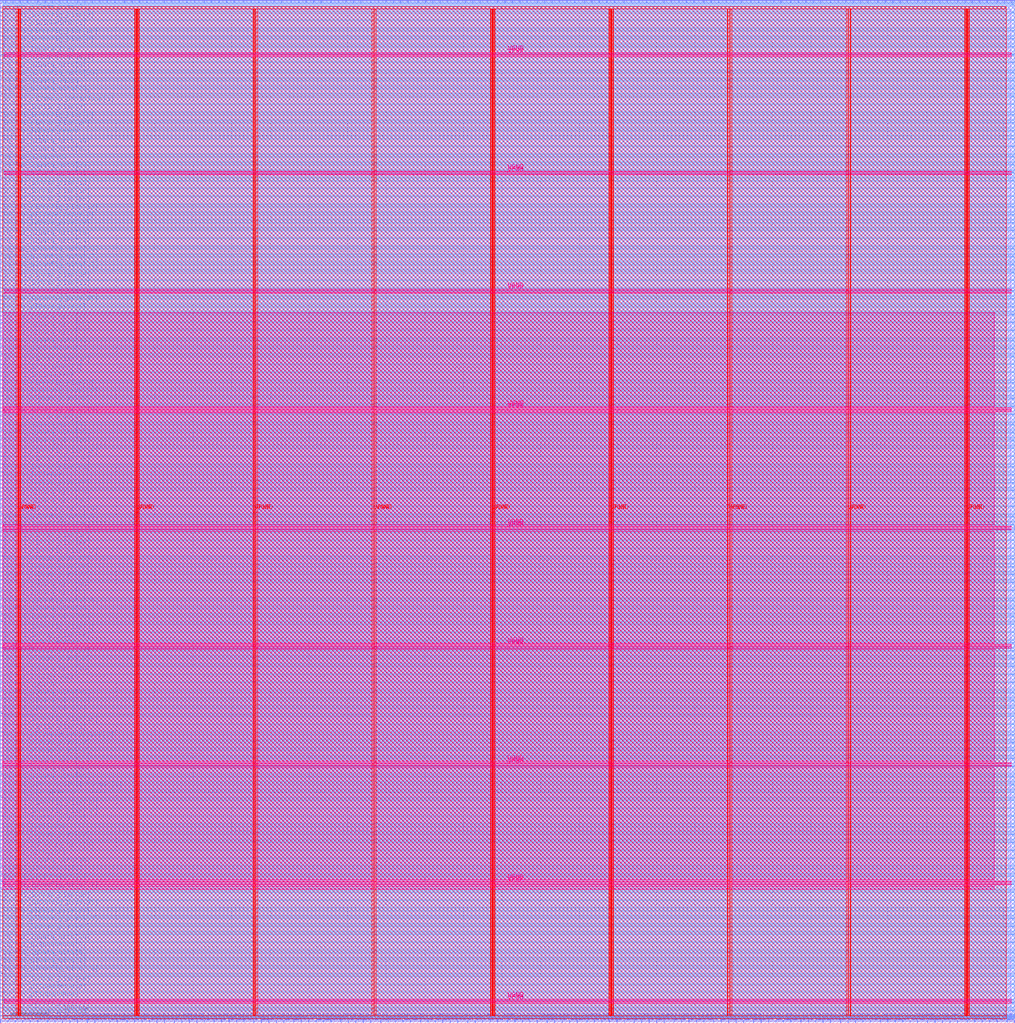
<source format=lef>
VERSION 5.7 ;
  NOWIREEXTENSIONATPIN ON ;
  DIVIDERCHAR "/" ;
  BUSBITCHARS "[]" ;
MACRO D2DAdapter
  CLASS BLOCK ;
  FOREIGN D2DAdapter ;
  ORIGIN 0.000 0.000 ;
  SIZE 1314.840 BY 1325.560 ;
  PIN VGND
    DIRECTION INOUT ;
    USE GROUND ;
    PORT
      LAYER met4 ;
        RECT 24.340 10.640 25.940 1314.000 ;
    END
    PORT
      LAYER met4 ;
        RECT 177.940 10.640 179.540 1314.000 ;
    END
    PORT
      LAYER met4 ;
        RECT 331.540 10.640 333.140 1314.000 ;
    END
    PORT
      LAYER met4 ;
        RECT 485.140 10.640 486.740 1314.000 ;
    END
    PORT
      LAYER met4 ;
        RECT 638.740 10.640 640.340 1314.000 ;
    END
    PORT
      LAYER met4 ;
        RECT 792.340 10.640 793.940 1314.000 ;
    END
    PORT
      LAYER met4 ;
        RECT 945.940 10.640 947.540 1314.000 ;
    END
    PORT
      LAYER met4 ;
        RECT 1099.540 10.640 1101.140 1314.000 ;
    END
    PORT
      LAYER met4 ;
        RECT 1253.140 10.640 1254.740 1314.000 ;
    END
    PORT
      LAYER met5 ;
        RECT 5.280 30.030 1309.400 31.630 ;
    END
    PORT
      LAYER met5 ;
        RECT 5.280 183.210 1309.400 184.810 ;
    END
    PORT
      LAYER met5 ;
        RECT 5.280 336.390 1309.400 337.990 ;
    END
    PORT
      LAYER met5 ;
        RECT 5.280 489.570 1309.400 491.170 ;
    END
    PORT
      LAYER met5 ;
        RECT 5.280 642.750 1309.400 644.350 ;
    END
    PORT
      LAYER met5 ;
        RECT 5.280 795.930 1309.400 797.530 ;
    END
    PORT
      LAYER met5 ;
        RECT 5.280 949.110 1309.400 950.710 ;
    END
    PORT
      LAYER met5 ;
        RECT 5.280 1102.290 1309.400 1103.890 ;
    END
    PORT
      LAYER met5 ;
        RECT 5.280 1255.470 1309.400 1257.070 ;
    END
  END VGND
  PIN VPWR
    DIRECTION INOUT ;
    USE POWER ;
    PORT
      LAYER met4 ;
        RECT 21.040 10.640 22.640 1314.000 ;
    END
    PORT
      LAYER met4 ;
        RECT 174.640 10.640 176.240 1314.000 ;
    END
    PORT
      LAYER met4 ;
        RECT 328.240 10.640 329.840 1314.000 ;
    END
    PORT
      LAYER met4 ;
        RECT 481.840 10.640 483.440 1314.000 ;
    END
    PORT
      LAYER met4 ;
        RECT 635.440 10.640 637.040 1314.000 ;
    END
    PORT
      LAYER met4 ;
        RECT 789.040 10.640 790.640 1314.000 ;
    END
    PORT
      LAYER met4 ;
        RECT 942.640 10.640 944.240 1314.000 ;
    END
    PORT
      LAYER met4 ;
        RECT 1096.240 10.640 1097.840 1314.000 ;
    END
    PORT
      LAYER met4 ;
        RECT 1249.840 10.640 1251.440 1314.000 ;
    END
    PORT
      LAYER met5 ;
        RECT 5.280 26.730 1309.400 28.330 ;
    END
    PORT
      LAYER met5 ;
        RECT 5.280 179.910 1309.400 181.510 ;
    END
    PORT
      LAYER met5 ;
        RECT 5.280 333.090 1309.400 334.690 ;
    END
    PORT
      LAYER met5 ;
        RECT 5.280 486.270 1309.400 487.870 ;
    END
    PORT
      LAYER met5 ;
        RECT 5.280 639.450 1309.400 641.050 ;
    END
    PORT
      LAYER met5 ;
        RECT 5.280 792.630 1309.400 794.230 ;
    END
    PORT
      LAYER met5 ;
        RECT 5.280 945.810 1309.400 947.410 ;
    END
    PORT
      LAYER met5 ;
        RECT 5.280 1098.990 1309.400 1100.590 ;
    END
    PORT
      LAYER met5 ;
        RECT 5.280 1252.170 1309.400 1253.770 ;
    END
  END VPWR
  PIN clock
    DIRECTION INPUT ;
    USE SIGNAL ;
    PORT
      LAYER met2 ;
        RECT 962.870 1.000 963.150 4.000 ;
    END
  END clock
  PIN io_fdi_lpClkAck
    DIRECTION INPUT ;
    USE SIGNAL ;
    PORT
      LAYER met3 ;
        RECT 1.000 431.840 4.000 432.440 ;
    END
  END io_fdi_lpClkAck
  PIN io_fdi_lpConfigCredit
    DIRECTION OUTPUT TRISTATE ;
    USE SIGNAL ;
    PORT
      LAYER met3 ;
        RECT 1310.840 319.640 1313.840 320.240 ;
    END
  END io_fdi_lpConfigCredit
  PIN io_fdi_lpConfig_bits[0]
    DIRECTION INPUT ;
    USE SIGNAL ;
    PORT
      LAYER met3 ;
        RECT 1310.840 278.840 1313.840 279.440 ;
    END
  END io_fdi_lpConfig_bits[0]
  PIN io_fdi_lpConfig_bits[10]
    DIRECTION INPUT ;
    USE SIGNAL ;
    PORT
      LAYER met3 ;
        RECT 1.000 788.840 4.000 789.440 ;
    END
  END io_fdi_lpConfig_bits[10]
  PIN io_fdi_lpConfig_bits[11]
    DIRECTION INPUT ;
    USE SIGNAL ;
    PORT
      LAYER met2 ;
        RECT 734.250 1321.560 734.530 1324.560 ;
    END
  END io_fdi_lpConfig_bits[11]
  PIN io_fdi_lpConfig_bits[12]
    DIRECTION INPUT ;
    USE SIGNAL ;
    PORT
      LAYER met2 ;
        RECT 624.770 1.000 625.050 4.000 ;
    END
  END io_fdi_lpConfig_bits[12]
  PIN io_fdi_lpConfig_bits[13]
    DIRECTION INPUT ;
    USE SIGNAL ;
    PORT
      LAYER met2 ;
        RECT 743.910 1321.560 744.190 1324.560 ;
    END
  END io_fdi_lpConfig_bits[13]
  PIN io_fdi_lpConfig_bits[14]
    DIRECTION INPUT ;
    USE SIGNAL ;
    PORT
      LAYER met2 ;
        RECT 798.650 1.000 798.930 4.000 ;
    END
  END io_fdi_lpConfig_bits[14]
  PIN io_fdi_lpConfig_bits[15]
    DIRECTION INPUT ;
    USE SIGNAL ;
    PORT
      LAYER met3 ;
        RECT 1.000 387.640 4.000 388.240 ;
    END
  END io_fdi_lpConfig_bits[15]
  PIN io_fdi_lpConfig_bits[16]
    DIRECTION INPUT ;
    USE SIGNAL ;
    PORT
      LAYER met2 ;
        RECT 1168.950 1.000 1169.230 4.000 ;
    END
  END io_fdi_lpConfig_bits[16]
  PIN io_fdi_lpConfig_bits[17]
    DIRECTION INPUT ;
    USE SIGNAL ;
    PORT
      LAYER met3 ;
        RECT 1310.840 159.840 1313.840 160.440 ;
    END
  END io_fdi_lpConfig_bits[17]
  PIN io_fdi_lpConfig_bits[18]
    DIRECTION INPUT ;
    USE SIGNAL ;
    PORT
      LAYER met2 ;
        RECT 396.150 1321.560 396.430 1324.560 ;
    END
  END io_fdi_lpConfig_bits[18]
  PIN io_fdi_lpConfig_bits[19]
    DIRECTION INPUT ;
    USE SIGNAL ;
    PORT
      LAYER met2 ;
        RECT 879.150 1321.560 879.430 1324.560 ;
    END
  END io_fdi_lpConfig_bits[19]
  PIN io_fdi_lpConfig_bits[1]
    DIRECTION INPUT ;
    USE SIGNAL ;
    PORT
      LAYER met3 ;
        RECT 1310.840 720.840 1313.840 721.440 ;
    END
  END io_fdi_lpConfig_bits[1]
  PIN io_fdi_lpConfig_bits[20]
    DIRECTION INPUT ;
    USE SIGNAL ;
    PORT
      LAYER met3 ;
        RECT 1310.840 200.640 1313.840 201.240 ;
    END
  END io_fdi_lpConfig_bits[20]
  PIN io_fdi_lpConfig_bits[21]
    DIRECTION INPUT ;
    USE SIGNAL ;
    PORT
      LAYER met3 ;
        RECT 1.000 173.440 4.000 174.040 ;
    END
  END io_fdi_lpConfig_bits[21]
  PIN io_fdi_lpConfig_bits[22]
    DIRECTION INPUT ;
    USE SIGNAL ;
    PORT
      LAYER met2 ;
        RECT 943.550 1.000 943.830 4.000 ;
    END
  END io_fdi_lpConfig_bits[22]
  PIN io_fdi_lpConfig_bits[23]
    DIRECTION INPUT ;
    USE SIGNAL ;
    PORT
      LAYER met3 ;
        RECT 1.000 812.640 4.000 813.240 ;
    END
  END io_fdi_lpConfig_bits[23]
  PIN io_fdi_lpConfig_bits[24]
    DIRECTION INPUT ;
    USE SIGNAL ;
    PORT
      LAYER met2 ;
        RECT 901.690 1.000 901.970 4.000 ;
    END
  END io_fdi_lpConfig_bits[24]
  PIN io_fdi_lpConfig_bits[25]
    DIRECTION INPUT ;
    USE SIGNAL ;
    PORT
      LAYER met3 ;
        RECT 1.000 149.640 4.000 150.240 ;
    END
  END io_fdi_lpConfig_bits[25]
  PIN io_fdi_lpConfig_bits[26]
    DIRECTION INPUT ;
    USE SIGNAL ;
    PORT
      LAYER met2 ;
        RECT 367.170 1.000 367.450 4.000 ;
    END
  END io_fdi_lpConfig_bits[26]
  PIN io_fdi_lpConfig_bits[27]
    DIRECTION INPUT ;
    USE SIGNAL ;
    PORT
      LAYER met2 ;
        RECT 38.730 1.000 39.010 4.000 ;
    END
  END io_fdi_lpConfig_bits[27]
  PIN io_fdi_lpConfig_bits[28]
    DIRECTION INPUT ;
    USE SIGNAL ;
    PORT
      LAYER met2 ;
        RECT 170.750 1321.560 171.030 1324.560 ;
    END
  END io_fdi_lpConfig_bits[28]
  PIN io_fdi_lpConfig_bits[29]
    DIRECTION INPUT ;
    USE SIGNAL ;
    PORT
      LAYER met2 ;
        RECT 518.510 1321.560 518.790 1324.560 ;
    END
  END io_fdi_lpConfig_bits[29]
  PIN io_fdi_lpConfig_bits[2]
    DIRECTION INPUT ;
    USE SIGNAL ;
    PORT
      LAYER met2 ;
        RECT 1107.770 1.000 1108.050 4.000 ;
    END
  END io_fdi_lpConfig_bits[2]
  PIN io_fdi_lpConfig_bits[30]
    DIRECTION INPUT ;
    USE SIGNAL ;
    PORT
      LAYER met3 ;
        RECT 1.000 268.640 4.000 269.240 ;
    END
  END io_fdi_lpConfig_bits[30]
  PIN io_fdi_lpConfig_bits[31]
    DIRECTION INPUT ;
    USE SIGNAL ;
    PORT
      LAYER met3 ;
        RECT 1310.840 81.640 1313.840 82.240 ;
    END
  END io_fdi_lpConfig_bits[31]
  PIN io_fdi_lpConfig_bits[3]
    DIRECTION INPUT ;
    USE SIGNAL ;
    PORT
      LAYER met3 ;
        RECT 1.000 1298.840 4.000 1299.440 ;
    END
  END io_fdi_lpConfig_bits[3]
  PIN io_fdi_lpConfig_bits[4]
    DIRECTION INPUT ;
    USE SIGNAL ;
    PORT
      LAYER met3 ;
        RECT 1310.840 601.840 1313.840 602.440 ;
    END
  END io_fdi_lpConfig_bits[4]
  PIN io_fdi_lpConfig_bits[5]
    DIRECTION INPUT ;
    USE SIGNAL ;
    PORT
      LAYER met2 ;
        RECT 460.550 1.000 460.830 4.000 ;
    END
  END io_fdi_lpConfig_bits[5]
  PIN io_fdi_lpConfig_bits[6]
    DIRECTION INPUT ;
    USE SIGNAL ;
    PORT
      LAYER met2 ;
        RECT 1217.250 1321.560 1217.530 1324.560 ;
    END
  END io_fdi_lpConfig_bits[6]
  PIN io_fdi_lpConfig_bits[7]
    DIRECTION INPUT ;
    USE SIGNAL ;
    PORT
      LAYER met3 ;
        RECT 1310.840 1176.440 1313.840 1177.040 ;
    END
  END io_fdi_lpConfig_bits[7]
  PIN io_fdi_lpConfig_bits[8]
    DIRECTION INPUT ;
    USE SIGNAL ;
    PORT
      LAYER met2 ;
        RECT 1156.070 1321.560 1156.350 1324.560 ;
    END
  END io_fdi_lpConfig_bits[8]
  PIN io_fdi_lpConfig_bits[9]
    DIRECTION INPUT ;
    USE SIGNAL ;
    PORT
      LAYER met3 ;
        RECT 1.000 1268.240 4.000 1268.840 ;
    END
  END io_fdi_lpConfig_bits[9]
  PIN io_fdi_lpConfig_valid
    DIRECTION INPUT ;
    USE SIGNAL ;
    PORT
      LAYER met2 ;
        RECT 380.050 1.000 380.330 4.000 ;
    END
  END io_fdi_lpConfig_valid
  PIN io_fdi_lpCorruptCrc
    DIRECTION INPUT ;
    USE SIGNAL ;
    PORT
      LAYER met3 ;
        RECT 1310.840 537.240 1313.840 537.840 ;
    END
  END io_fdi_lpCorruptCrc
  PIN io_fdi_lpData_bits[0]
    DIRECTION INPUT ;
    USE SIGNAL ;
    PORT
      LAYER met2 ;
        RECT 1201.150 1.000 1201.430 4.000 ;
    END
  END io_fdi_lpData_bits[0]
  PIN io_fdi_lpData_bits[10]
    DIRECTION INPUT ;
    USE SIGNAL ;
    PORT
      LAYER met3 ;
        RECT 1310.840 452.240 1313.840 452.840 ;
    END
  END io_fdi_lpData_bits[10]
  PIN io_fdi_lpData_bits[11]
    DIRECTION INPUT ;
    USE SIGNAL ;
    PORT
      LAYER met2 ;
        RECT 724.590 1321.560 724.870 1324.560 ;
    END
  END io_fdi_lpData_bits[11]
  PIN io_fdi_lpData_bits[12]
    DIRECTION INPUT ;
    USE SIGNAL ;
    PORT
      LAYER met2 ;
        RECT 631.210 1321.560 631.490 1324.560 ;
    END
  END io_fdi_lpData_bits[12]
  PIN io_fdi_lpData_bits[13]
    DIRECTION INPUT ;
    USE SIGNAL ;
    PORT
      LAYER met2 ;
        RECT 1310.630 1321.560 1310.910 1324.560 ;
    END
  END io_fdi_lpData_bits[13]
  PIN io_fdi_lpData_bits[14]
    DIRECTION INPUT ;
    USE SIGNAL ;
    PORT
      LAYER met2 ;
        RECT 148.210 1321.560 148.490 1324.560 ;
    END
  END io_fdi_lpData_bits[14]
  PIN io_fdi_lpData_bits[15]
    DIRECTION INPUT ;
    USE SIGNAL ;
    PORT
      LAYER met3 ;
        RECT 1310.840 1111.840 1313.840 1112.440 ;
    END
  END io_fdi_lpData_bits[15]
  PIN io_fdi_lpData_bits[16]
    DIRECTION INPUT ;
    USE SIGNAL ;
    PORT
      LAYER met2 ;
        RECT 35.510 1321.560 35.790 1324.560 ;
    END
  END io_fdi_lpData_bits[16]
  PIN io_fdi_lpData_bits[17]
    DIRECTION INPUT ;
    USE SIGNAL ;
    PORT
      LAYER met3 ;
        RECT 1310.840 615.440 1313.840 616.040 ;
    END
  END io_fdi_lpData_bits[17]
  PIN io_fdi_lpData_bits[18]
    DIRECTION INPUT ;
    USE SIGNAL ;
    PORT
      LAYER met2 ;
        RECT 605.450 1.000 605.730 4.000 ;
    END
  END io_fdi_lpData_bits[18]
  PIN io_fdi_lpData_bits[19]
    DIRECTION INPUT ;
    USE SIGNAL ;
    PORT
      LAYER met3 ;
        RECT 1310.840 690.240 1313.840 690.840 ;
    END
  END io_fdi_lpData_bits[19]
  PIN io_fdi_lpData_bits[1]
    DIRECTION INPUT ;
    USE SIGNAL ;
    PORT
      LAYER met3 ;
        RECT 1310.840 1156.040 1313.840 1156.640 ;
    END
  END io_fdi_lpData_bits[1]
  PIN io_fdi_lpData_bits[20]
    DIRECTION INPUT ;
    USE SIGNAL ;
    PORT
      LAYER met2 ;
        RECT 1252.670 1.000 1252.950 4.000 ;
    END
  END io_fdi_lpData_bits[20]
  PIN io_fdi_lpData_bits[21]
    DIRECTION INPUT ;
    USE SIGNAL ;
    PORT
      LAYER met2 ;
        RECT 685.950 1.000 686.230 4.000 ;
    END
  END io_fdi_lpData_bits[21]
  PIN io_fdi_lpData_bits[22]
    DIRECTION INPUT ;
    USE SIGNAL ;
    PORT
      LAYER met3 ;
        RECT 1310.840 170.040 1313.840 170.640 ;
    END
  END io_fdi_lpData_bits[22]
  PIN io_fdi_lpData_bits[23]
    DIRECTION INPUT ;
    USE SIGNAL ;
    PORT
      LAYER met3 ;
        RECT 1310.840 962.240 1313.840 962.840 ;
    END
  END io_fdi_lpData_bits[23]
  PIN io_fdi_lpData_bits[24]
    DIRECTION INPUT ;
    USE SIGNAL ;
    PORT
      LAYER met2 ;
        RECT 87.030 1321.560 87.310 1324.560 ;
    END
  END io_fdi_lpData_bits[24]
  PIN io_fdi_lpData_bits[25]
    DIRECTION INPUT ;
    USE SIGNAL ;
    PORT
      LAYER met3 ;
        RECT 1.000 639.240 4.000 639.840 ;
    END
  END io_fdi_lpData_bits[25]
  PIN io_fdi_lpData_bits[26]
    DIRECTION INPUT ;
    USE SIGNAL ;
    PORT
      LAYER met3 ;
        RECT 1.000 584.840 4.000 585.440 ;
    END
  END io_fdi_lpData_bits[26]
  PIN io_fdi_lpData_bits[27]
    DIRECTION INPUT ;
    USE SIGNAL ;
    PORT
      LAYER met2 ;
        RECT 241.590 1321.560 241.870 1324.560 ;
    END
  END io_fdi_lpData_bits[27]
  PIN io_fdi_lpData_bits[28]
    DIRECTION INPUT ;
    USE SIGNAL ;
    PORT
      LAYER met3 ;
        RECT 1.000 1105.040 4.000 1105.640 ;
    END
  END io_fdi_lpData_bits[28]
  PIN io_fdi_lpData_bits[29]
    DIRECTION INPUT ;
    USE SIGNAL ;
    PORT
      LAYER met2 ;
        RECT 550.710 1321.560 550.990 1324.560 ;
    END
  END io_fdi_lpData_bits[29]
  PIN io_fdi_lpData_bits[2]
    DIRECTION INPUT ;
    USE SIGNAL ;
    PORT
      LAYER met2 ;
        RECT 183.630 1.000 183.910 4.000 ;
    END
  END io_fdi_lpData_bits[2]
  PIN io_fdi_lpData_bits[30]
    DIRECTION INPUT ;
    USE SIGNAL ;
    PORT
      LAYER met3 ;
        RECT 1.000 758.240 4.000 758.840 ;
    END
  END io_fdi_lpData_bits[30]
  PIN io_fdi_lpData_bits[31]
    DIRECTION INPUT ;
    USE SIGNAL ;
    PORT
      LAYER met2 ;
        RECT 1220.470 1.000 1220.750 4.000 ;
    END
  END io_fdi_lpData_bits[31]
  PIN io_fdi_lpData_bits[32]
    DIRECTION INPUT ;
    USE SIGNAL ;
    PORT
      LAYER met2 ;
        RECT 995.070 1.000 995.350 4.000 ;
    END
  END io_fdi_lpData_bits[32]
  PIN io_fdi_lpData_bits[33]
    DIRECTION INPUT ;
    USE SIGNAL ;
    PORT
      LAYER met3 ;
        RECT 1310.840 754.840 1313.840 755.440 ;
    END
  END io_fdi_lpData_bits[33]
  PIN io_fdi_lpData_bits[34]
    DIRECTION INPUT ;
    USE SIGNAL ;
    PORT
      LAYER met2 ;
        RECT 479.870 1321.560 480.150 1324.560 ;
    END
  END io_fdi_lpData_bits[34]
  PIN io_fdi_lpData_bits[35]
    DIRECTION INPUT ;
    USE SIGNAL ;
    PORT
      LAYER met2 ;
        RECT 244.810 1.000 245.090 4.000 ;
    END
  END io_fdi_lpData_bits[35]
  PIN io_fdi_lpData_bits[36]
    DIRECTION INPUT ;
    USE SIGNAL ;
    PORT
      LAYER met3 ;
        RECT 1.000 119.040 4.000 119.640 ;
    END
  END io_fdi_lpData_bits[36]
  PIN io_fdi_lpData_bits[37]
    DIRECTION INPUT ;
    USE SIGNAL ;
    PORT
      LAYER met3 ;
        RECT 1.000 20.440 4.000 21.040 ;
    END
  END io_fdi_lpData_bits[37]
  PIN io_fdi_lpData_bits[38]
    DIRECTION INPUT ;
    USE SIGNAL ;
    PORT
      LAYER met3 ;
        RECT 1.000 204.040 4.000 204.640 ;
    END
  END io_fdi_lpData_bits[38]
  PIN io_fdi_lpData_bits[39]
    DIRECTION INPUT ;
    USE SIGNAL ;
    PORT
      LAYER met3 ;
        RECT 1310.840 343.440 1313.840 344.040 ;
    END
  END io_fdi_lpData_bits[39]
  PIN io_fdi_lpData_bits[3]
    DIRECTION INPUT ;
    USE SIGNAL ;
    PORT
      LAYER met3 ;
        RECT 1310.840 1101.640 1313.840 1102.240 ;
    END
  END io_fdi_lpData_bits[3]
  PIN io_fdi_lpData_bits[40]
    DIRECTION INPUT ;
    USE SIGNAL ;
    PORT
      LAYER met2 ;
        RECT 1043.370 1321.560 1043.650 1324.560 ;
    END
  END io_fdi_lpData_bits[40]
  PIN io_fdi_lpData_bits[41]
    DIRECTION INPUT ;
    USE SIGNAL ;
    PORT
      LAYER met3 ;
        RECT 1.000 877.240 4.000 877.840 ;
    END
  END io_fdi_lpData_bits[41]
  PIN io_fdi_lpData_bits[42]
    DIRECTION INPUT ;
    USE SIGNAL ;
    PORT
      LAYER met3 ;
        RECT 1310.840 1285.240 1313.840 1285.840 ;
    END
  END io_fdi_lpData_bits[42]
  PIN io_fdi_lpData_bits[43]
    DIRECTION INPUT ;
    USE SIGNAL ;
    PORT
      LAYER met2 ;
        RECT 164.310 1.000 164.590 4.000 ;
    END
  END io_fdi_lpData_bits[43]
  PIN io_fdi_lpData_bits[44]
    DIRECTION INPUT ;
    USE SIGNAL ;
    PORT
      LAYER met3 ;
        RECT 1.000 693.640 4.000 694.240 ;
    END
  END io_fdi_lpData_bits[44]
  PIN io_fdi_lpData_bits[45]
    DIRECTION INPUT ;
    USE SIGNAL ;
    PORT
      LAYER met3 ;
        RECT 1.000 1060.840 4.000 1061.440 ;
    END
  END io_fdi_lpData_bits[45]
  PIN io_fdi_lpData_bits[46]
    DIRECTION INPUT ;
    USE SIGNAL ;
    PORT
      LAYER met3 ;
        RECT 1310.840 40.840 1313.840 41.440 ;
    END
  END io_fdi_lpData_bits[46]
  PIN io_fdi_lpData_bits[47]
    DIRECTION INPUT ;
    USE SIGNAL ;
    PORT
      LAYER met2 ;
        RECT 1001.510 1321.560 1001.790 1324.560 ;
    END
  END io_fdi_lpData_bits[47]
  PIN io_fdi_lpData_bits[48]
    DIRECTION INPUT ;
    USE SIGNAL ;
    PORT
      LAYER met2 ;
        RECT 888.810 1321.560 889.090 1324.560 ;
    END
  END io_fdi_lpData_bits[48]
  PIN io_fdi_lpData_bits[49]
    DIRECTION INPUT ;
    USE SIGNAL ;
    PORT
      LAYER met3 ;
        RECT 1.000 452.240 4.000 452.840 ;
    END
  END io_fdi_lpData_bits[49]
  PIN io_fdi_lpData_bits[4]
    DIRECTION INPUT ;
    USE SIGNAL ;
    PORT
      LAYER met3 ;
        RECT 1310.840 442.040 1313.840 442.640 ;
    END
  END io_fdi_lpData_bits[4]
  PIN io_fdi_lpData_bits[50]
    DIRECTION INPUT ;
    USE SIGNAL ;
    PORT
      LAYER met2 ;
        RECT 132.110 1.000 132.390 4.000 ;
    END
  END io_fdi_lpData_bits[50]
  PIN io_fdi_lpData_bits[51]
    DIRECTION INPUT ;
    USE SIGNAL ;
    PORT
      LAYER met2 ;
        RECT 235.150 1.000 235.430 4.000 ;
    END
  END io_fdi_lpData_bits[51]
  PIN io_fdi_lpData_bits[52]
    DIRECTION INPUT ;
    USE SIGNAL ;
    PORT
      LAYER met2 ;
        RECT 1036.930 1.000 1037.210 4.000 ;
    END
  END io_fdi_lpData_bits[52]
  PIN io_fdi_lpData_bits[53]
    DIRECTION INPUT ;
    USE SIGNAL ;
    PORT
      LAYER met2 ;
        RECT 850.170 1.000 850.450 4.000 ;
    END
  END io_fdi_lpData_bits[53]
  PIN io_fdi_lpData_bits[54]
    DIRECTION INPUT ;
    USE SIGNAL ;
    PORT
      LAYER met3 ;
        RECT 1.000 496.440 4.000 497.040 ;
    END
  END io_fdi_lpData_bits[54]
  PIN io_fdi_lpData_bits[55]
    DIRECTION INPUT ;
    USE SIGNAL ;
    PORT
      LAYER met2 ;
        RECT 840.510 1.000 840.790 4.000 ;
    END
  END io_fdi_lpData_bits[55]
  PIN io_fdi_lpData_bits[56]
    DIRECTION INPUT ;
    USE SIGNAL ;
    PORT
      LAYER met2 ;
        RECT 808.310 1321.560 808.590 1324.560 ;
    END
  END io_fdi_lpData_bits[56]
  PIN io_fdi_lpData_bits[57]
    DIRECTION INPUT ;
    USE SIGNAL ;
    PORT
      LAYER met2 ;
        RECT 756.790 1321.560 757.070 1324.560 ;
    END
  END io_fdi_lpData_bits[57]
  PIN io_fdi_lpData_bits[58]
    DIRECTION INPUT ;
    USE SIGNAL ;
    PORT
      LAYER met2 ;
        RECT 273.790 1321.560 274.070 1324.560 ;
    END
  END io_fdi_lpData_bits[58]
  PIN io_fdi_lpData_bits[59]
    DIRECTION INPUT ;
    USE SIGNAL ;
    PORT
      LAYER met3 ;
        RECT 1310.840 938.440 1313.840 939.040 ;
    END
  END io_fdi_lpData_bits[59]
  PIN io_fdi_lpData_bits[5]
    DIRECTION INPUT ;
    USE SIGNAL ;
    PORT
      LAYER met2 ;
        RECT 570.030 1321.560 570.310 1324.560 ;
    END
  END io_fdi_lpData_bits[5]
  PIN io_fdi_lpData_bits[60]
    DIRECTION INPUT ;
    USE SIGNAL ;
    PORT
      LAYER met2 ;
        RECT 634.430 1.000 634.710 4.000 ;
    END
  END io_fdi_lpData_bits[60]
  PIN io_fdi_lpData_bits[61]
    DIRECTION INPUT ;
    USE SIGNAL ;
    PORT
      LAYER met2 ;
        RECT 1014.390 1.000 1014.670 4.000 ;
    END
  END io_fdi_lpData_bits[61]
  PIN io_fdi_lpData_bits[62]
    DIRECTION INPUT ;
    USE SIGNAL ;
    PORT
      LAYER met3 ;
        RECT 1310.840 180.240 1313.840 180.840 ;
    END
  END io_fdi_lpData_bits[62]
  PIN io_fdi_lpData_bits[63]
    DIRECTION INPUT ;
    USE SIGNAL ;
    PORT
      LAYER met3 ;
        RECT 1310.840 105.440 1313.840 106.040 ;
    END
  END io_fdi_lpData_bits[63]
  PIN io_fdi_lpData_bits[6]
    DIRECTION INPUT ;
    USE SIGNAL ;
    PORT
      LAYER met2 ;
        RECT 1075.570 1321.560 1075.850 1324.560 ;
    END
  END io_fdi_lpData_bits[6]
  PIN io_fdi_lpData_bits[7]
    DIRECTION INPUT ;
    USE SIGNAL ;
    PORT
      LAYER met2 ;
        RECT 80.590 1.000 80.870 4.000 ;
    END
  END io_fdi_lpData_bits[7]
  PIN io_fdi_lpData_bits[8]
    DIRECTION INPUT ;
    USE SIGNAL ;
    PORT
      LAYER met3 ;
        RECT 1310.840 418.240 1313.840 418.840 ;
    END
  END io_fdi_lpData_bits[8]
  PIN io_fdi_lpData_bits[9]
    DIRECTION INPUT ;
    USE SIGNAL ;
    PORT
      LAYER met3 ;
        RECT 1310.840 928.240 1313.840 928.840 ;
    END
  END io_fdi_lpData_bits[9]
  PIN io_fdi_lpData_irdy
    DIRECTION INPUT ;
    USE SIGNAL ;
    PORT
      LAYER met3 ;
        RECT 1310.840 1200.240 1313.840 1200.840 ;
    END
  END io_fdi_lpData_irdy
  PIN io_fdi_lpData_ready
    DIRECTION OUTPUT TRISTATE ;
    USE SIGNAL ;
    PORT
      LAYER met3 ;
        RECT 1.000 1149.240 4.000 1149.840 ;
    END
  END io_fdi_lpData_ready
  PIN io_fdi_lpData_valid
    DIRECTION INPUT ;
    USE SIGNAL ;
    PORT
      LAYER met2 ;
        RECT 428.350 1.000 428.630 4.000 ;
    END
  END io_fdi_lpData_valid
  PIN io_fdi_lpDllpOfc
    DIRECTION INPUT ;
    USE SIGNAL ;
    PORT
      LAYER met3 ;
        RECT 1.000 248.240 4.000 248.840 ;
    END
  END io_fdi_lpDllpOfc
  PIN io_fdi_lpDllp_bits[0]
    DIRECTION INPUT ;
    USE SIGNAL ;
    PORT
      LAYER met2 ;
        RECT 924.230 1.000 924.510 4.000 ;
    END
  END io_fdi_lpDllp_bits[0]
  PIN io_fdi_lpDllp_bits[1]
    DIRECTION INPUT ;
    USE SIGNAL ;
    PORT
      LAYER met3 ;
        RECT 1310.840 224.440 1313.840 225.040 ;
    END
  END io_fdi_lpDllp_bits[1]
  PIN io_fdi_lpDllp_bits[2]
    DIRECTION INPUT ;
    USE SIGNAL ;
    PORT
      LAYER met2 ;
        RECT 77.370 1321.560 77.650 1324.560 ;
    END
  END io_fdi_lpDllp_bits[2]
  PIN io_fdi_lpDllp_bits[3]
    DIRECTION INPUT ;
    USE SIGNAL ;
    PORT
      LAYER met3 ;
        RECT 1.000 1179.840 4.000 1180.440 ;
    END
  END io_fdi_lpDllp_bits[3]
  PIN io_fdi_lpDllp_bits[4]
    DIRECTION INPUT ;
    USE SIGNAL ;
    PORT
      LAYER met2 ;
        RECT 788.990 1.000 789.270 4.000 ;
    END
  END io_fdi_lpDllp_bits[4]
  PIN io_fdi_lpDllp_bits[5]
    DIRECTION INPUT ;
    USE SIGNAL ;
    PORT
      LAYER met3 ;
        RECT 1310.840 309.440 1313.840 310.040 ;
    END
  END io_fdi_lpDllp_bits[5]
  PIN io_fdi_lpDllp_bits[6]
    DIRECTION INPUT ;
    USE SIGNAL ;
    PORT
      LAYER met2 ;
        RECT 859.830 1321.560 860.110 1324.560 ;
    END
  END io_fdi_lpDllp_bits[6]
  PIN io_fdi_lpDllp_bits[7]
    DIRECTION INPUT ;
    USE SIGNAL ;
    PORT
      LAYER met3 ;
        RECT 1.000 258.440 4.000 259.040 ;
    END
  END io_fdi_lpDllp_bits[7]
  PIN io_fdi_lpDllp_valid
    DIRECTION INPUT ;
    USE SIGNAL ;
    PORT
      LAYER met3 ;
        RECT 1.000 442.040 4.000 442.640 ;
    END
  END io_fdi_lpDllp_valid
  PIN io_fdi_lpLinkError
    DIRECTION INPUT ;
    USE SIGNAL ;
    PORT
      LAYER met3 ;
        RECT 1.000 833.040 4.000 833.640 ;
    END
  END io_fdi_lpLinkError
  PIN io_fdi_lpRetimerCrd
    DIRECTION INPUT ;
    USE SIGNAL ;
    PORT
      LAYER met3 ;
        RECT 1310.840 115.640 1313.840 116.240 ;
    END
  END io_fdi_lpRetimerCrd
  PIN io_fdi_lpRxActiveStatus
    DIRECTION INPUT ;
    USE SIGNAL ;
    PORT
      LAYER met2 ;
        RECT 1313.850 1.000 1314.130 4.000 ;
    END
  END io_fdi_lpRxActiveStatus
  PIN io_fdi_lpStallAck
    DIRECTION INPUT ;
    USE SIGNAL ;
    PORT
      LAYER met3 ;
        RECT 1310.840 646.040 1313.840 646.640 ;
    END
  END io_fdi_lpStallAck
  PIN io_fdi_lpStateReq[0]
    DIRECTION INPUT ;
    USE SIGNAL ;
    PORT
      LAYER met3 ;
        RECT 1310.840 680.040 1313.840 680.640 ;
    END
  END io_fdi_lpStateReq[0]
  PIN io_fdi_lpStateReq[1]
    DIRECTION INPUT ;
    USE SIGNAL ;
    PORT
      LAYER met3 ;
        RECT 1.000 778.640 4.000 779.240 ;
    END
  END io_fdi_lpStateReq[1]
  PIN io_fdi_lpStateReq[2]
    DIRECTION INPUT ;
    USE SIGNAL ;
    PORT
      LAYER met2 ;
        RECT 112.790 1.000 113.070 4.000 ;
    END
  END io_fdi_lpStateReq[2]
  PIN io_fdi_lpStateReq[3]
    DIRECTION INPUT ;
    USE SIGNAL ;
    PORT
      LAYER met2 ;
        RECT 1239.790 1.000 1240.070 4.000 ;
    END
  END io_fdi_lpStateReq[3]
  PIN io_fdi_lpStream_protoStack
    DIRECTION INPUT ;
    USE SIGNAL ;
    PORT
      LAYER met2 ;
        RECT 296.330 1.000 296.610 4.000 ;
    END
  END io_fdi_lpStream_protoStack
  PIN io_fdi_lpStream_protoType[0]
    DIRECTION INPUT ;
    USE SIGNAL ;
    PORT
      LAYER met2 ;
        RECT 785.770 1321.560 786.050 1324.560 ;
    END
  END io_fdi_lpStream_protoType[0]
  PIN io_fdi_lpStream_protoType[1]
    DIRECTION INPUT ;
    USE SIGNAL ;
    PORT
      LAYER met3 ;
        RECT 1310.840 561.040 1313.840 561.640 ;
    END
  END io_fdi_lpStream_protoType[1]
  PIN io_fdi_lpStream_protoType[2]
    DIRECTION INPUT ;
    USE SIGNAL ;
    PORT
      LAYER met2 ;
        RECT 972.530 1321.560 972.810 1324.560 ;
    END
  END io_fdi_lpStream_protoType[2]
  PIN io_fdi_lpWakeReq
    DIRECTION INPUT ;
    USE SIGNAL ;
    PORT
      LAYER met3 ;
        RECT 1310.840 527.040 1313.840 527.640 ;
    END
  END io_fdi_lpWakeReq
  PIN io_fdi_plCerror
    DIRECTION OUTPUT TRISTATE ;
    USE SIGNAL ;
    PORT
      LAYER met2 ;
        RECT 1281.650 1.000 1281.930 4.000 ;
    END
  END io_fdi_plCerror
  PIN io_fdi_plClkReq
    DIRECTION OUTPUT TRISTATE ;
    USE SIGNAL ;
    PORT
      LAYER met2 ;
        RECT 222.270 1321.560 222.550 1324.560 ;
    END
  END io_fdi_plClkReq
  PIN io_fdi_plConfigCredit
    DIRECTION INPUT ;
    USE SIGNAL ;
    PORT
      LAYER met2 ;
        RECT 225.490 1.000 225.770 4.000 ;
    END
  END io_fdi_plConfigCredit
  PIN io_fdi_plConfig_bits[0]
    DIRECTION OUTPUT TRISTATE ;
    USE SIGNAL ;
    PORT
      LAYER met2 ;
        RECT 528.170 1321.560 528.450 1324.560 ;
    END
  END io_fdi_plConfig_bits[0]
  PIN io_fdi_plConfig_bits[10]
    DIRECTION OUTPUT TRISTATE ;
    USE SIGNAL ;
    PORT
      LAYER met2 ;
        RECT 305.990 1.000 306.270 4.000 ;
    END
  END io_fdi_plConfig_bits[10]
  PIN io_fdi_plConfig_bits[11]
    DIRECTION OUTPUT TRISTATE ;
    USE SIGNAL ;
    PORT
      LAYER met3 ;
        RECT 1.000 1094.840 4.000 1095.440 ;
    END
  END io_fdi_plConfig_bits[11]
  PIN io_fdi_plConfig_bits[12]
    DIRECTION OUTPUT TRISTATE ;
    USE SIGNAL ;
    PORT
      LAYER met3 ;
        RECT 1310.840 493.040 1313.840 493.640 ;
    END
  END io_fdi_plConfig_bits[12]
  PIN io_fdi_plConfig_bits[13]
    DIRECTION OUTPUT TRISTATE ;
    USE SIGNAL ;
    PORT
      LAYER met2 ;
        RECT 653.750 1321.560 654.030 1324.560 ;
    END
  END io_fdi_plConfig_bits[13]
  PIN io_fdi_plConfig_bits[14]
    DIRECTION OUTPUT TRISTATE ;
    USE SIGNAL ;
    PORT
      LAYER met2 ;
        RECT 747.130 1.000 747.410 4.000 ;
    END
  END io_fdi_plConfig_bits[14]
  PIN io_fdi_plConfig_bits[15]
    DIRECTION OUTPUT TRISTATE ;
    USE SIGNAL ;
    PORT
      LAYER met2 ;
        RECT 940.330 1321.560 940.610 1324.560 ;
    END
  END io_fdi_plConfig_bits[15]
  PIN io_fdi_plConfig_bits[16]
    DIRECTION OUTPUT TRISTATE ;
    USE SIGNAL ;
    PORT
      LAYER met3 ;
        RECT 1310.840 734.440 1313.840 735.040 ;
    END
  END io_fdi_plConfig_bits[16]
  PIN io_fdi_plConfig_bits[17]
    DIRECTION OUTPUT TRISTATE ;
    USE SIGNAL ;
    PORT
      LAYER met3 ;
        RECT 1.000 986.040 4.000 986.640 ;
    END
  END io_fdi_plConfig_bits[17]
  PIN io_fdi_plConfig_bits[18]
    DIRECTION OUTPUT TRISTATE ;
    USE SIGNAL ;
    PORT
      LAYER met3 ;
        RECT 1.000 649.440 4.000 650.040 ;
    END
  END io_fdi_plConfig_bits[18]
  PIN io_fdi_plConfig_bits[19]
    DIRECTION OUTPUT TRISTATE ;
    USE SIGNAL ;
    PORT
      LAYER met3 ;
        RECT 1.000 129.240 4.000 129.840 ;
    END
  END io_fdi_plConfig_bits[19]
  PIN io_fdi_plConfig_bits[1]
    DIRECTION OUTPUT TRISTATE ;
    USE SIGNAL ;
    PORT
      LAYER met2 ;
        RECT 1024.050 1321.560 1024.330 1324.560 ;
    END
  END io_fdi_plConfig_bits[1]
  PIN io_fdi_plConfig_bits[20]
    DIRECTION OUTPUT TRISTATE ;
    USE SIGNAL ;
    PORT
      LAYER met2 ;
        RECT 193.290 1.000 193.570 4.000 ;
    END
  END io_fdi_plConfig_bits[20]
  PIN io_fdi_plConfig_bits[21]
    DIRECTION OUTPUT TRISTATE ;
    USE SIGNAL ;
    PORT
      LAYER met2 ;
        RECT 1230.130 1.000 1230.410 4.000 ;
    END
  END io_fdi_plConfig_bits[21]
  PIN io_fdi_plConfig_bits[22]
    DIRECTION OUTPUT TRISTATE ;
    USE SIGNAL ;
    PORT
      LAYER met3 ;
        RECT 1310.840 71.440 1313.840 72.040 ;
    END
  END io_fdi_plConfig_bits[22]
  PIN io_fdi_plConfig_bits[23]
    DIRECTION OUTPUT TRISTATE ;
    USE SIGNAL ;
    PORT
      LAYER met3 ;
        RECT 1.000 64.640 4.000 65.240 ;
    END
  END io_fdi_plConfig_bits[23]
  PIN io_fdi_plConfig_bits[24]
    DIRECTION OUTPUT TRISTATE ;
    USE SIGNAL ;
    PORT
      LAYER met3 ;
        RECT 1310.840 799.040 1313.840 799.640 ;
    END
  END io_fdi_plConfig_bits[24]
  PIN io_fdi_plConfig_bits[25]
    DIRECTION OUTPUT TRISTATE ;
    USE SIGNAL ;
    PORT
      LAYER met3 ;
        RECT 1.000 1322.640 4.000 1323.240 ;
    END
  END io_fdi_plConfig_bits[25]
  PIN io_fdi_plConfig_bits[26]
    DIRECTION OUTPUT TRISTATE ;
    USE SIGNAL ;
    PORT
      LAYER met3 ;
        RECT 1.000 1278.440 4.000 1279.040 ;
    END
  END io_fdi_plConfig_bits[26]
  PIN io_fdi_plConfig_bits[27]
    DIRECTION OUTPUT TRISTATE ;
    USE SIGNAL ;
    PORT
      LAYER met2 ;
        RECT 1197.930 1321.560 1198.210 1324.560 ;
    END
  END io_fdi_plConfig_bits[27]
  PIN io_fdi_plConfig_bits[28]
    DIRECTION OUTPUT TRISTATE ;
    USE SIGNAL ;
    PORT
      LAYER met2 ;
        RECT 264.130 1.000 264.410 4.000 ;
    END
  END io_fdi_plConfig_bits[28]
  PIN io_fdi_plConfig_bits[29]
    DIRECTION OUTPUT TRISTATE ;
    USE SIGNAL ;
    PORT
      LAYER met2 ;
        RECT 363.950 1321.560 364.230 1324.560 ;
    END
  END io_fdi_plConfig_bits[29]
  PIN io_fdi_plConfig_bits[2]
    DIRECTION OUTPUT TRISTATE ;
    USE SIGNAL ;
    PORT
      LAYER met3 ;
        RECT 1.000 822.840 4.000 823.440 ;
    END
  END io_fdi_plConfig_bits[2]
  PIN io_fdi_plConfig_bits[30]
    DIRECTION OUTPUT TRISTATE ;
    USE SIGNAL ;
    PORT
      LAYER met3 ;
        RECT 1310.840 1190.040 1313.840 1190.640 ;
    END
  END io_fdi_plConfig_bits[30]
  PIN io_fdi_plConfig_bits[31]
    DIRECTION OUTPUT TRISTATE ;
    USE SIGNAL ;
    PORT
      LAYER met3 ;
        RECT 1310.840 1057.440 1313.840 1058.040 ;
    END
  END io_fdi_plConfig_bits[31]
  PIN io_fdi_plConfig_bits[3]
    DIRECTION OUTPUT TRISTATE ;
    USE SIGNAL ;
    PORT
      LAYER met3 ;
        RECT 1310.840 765.040 1313.840 765.640 ;
    END
  END io_fdi_plConfig_bits[3]
  PIN io_fdi_plConfig_bits[4]
    DIRECTION OUTPUT TRISTATE ;
    USE SIGNAL ;
    PORT
      LAYER met2 ;
        RECT 821.190 1.000 821.470 4.000 ;
    END
  END io_fdi_plConfig_bits[4]
  PIN io_fdi_plConfig_bits[5]
    DIRECTION OUTPUT TRISTATE ;
    USE SIGNAL ;
    PORT
      LAYER met2 ;
        RECT 663.410 1321.560 663.690 1324.560 ;
    END
  END io_fdi_plConfig_bits[5]
  PIN io_fdi_plConfig_bits[6]
    DIRECTION OUTPUT TRISTATE ;
    USE SIGNAL ;
    PORT
      LAYER met2 ;
        RECT 19.410 1.000 19.690 4.000 ;
    END
  END io_fdi_plConfig_bits[6]
  PIN io_fdi_plConfig_bits[7]
    DIRECTION OUTPUT TRISTATE ;
    USE SIGNAL ;
    PORT
      LAYER met2 ;
        RECT 357.510 1.000 357.790 4.000 ;
    END
  END io_fdi_plConfig_bits[7]
  PIN io_fdi_plConfig_bits[8]
    DIRECTION OUTPUT TRISTATE ;
    USE SIGNAL ;
    PORT
      LAYER met2 ;
        RECT 119.230 1321.560 119.510 1324.560 ;
    END
  END io_fdi_plConfig_bits[8]
  PIN io_fdi_plConfig_bits[9]
    DIRECTION OUTPUT TRISTATE ;
    USE SIGNAL ;
    PORT
      LAYER met2 ;
        RECT 109.570 1321.560 109.850 1324.560 ;
    END
  END io_fdi_plConfig_bits[9]
  PIN io_fdi_plConfig_valid
    DIRECTION OUTPUT TRISTATE ;
    USE SIGNAL ;
    PORT
      LAYER met2 ;
        RECT 985.410 1.000 985.690 4.000 ;
    END
  END io_fdi_plConfig_valid
  PIN io_fdi_plData_bits[0]
    DIRECTION OUTPUT TRISTATE ;
    USE SIGNAL ;
    PORT
      LAYER met3 ;
        RECT 1310.840 125.840 1313.840 126.440 ;
    END
  END io_fdi_plData_bits[0]
  PIN io_fdi_plData_bits[10]
    DIRECTION OUTPUT TRISTATE ;
    USE SIGNAL ;
    PORT
      LAYER met3 ;
        RECT 1.000 748.040 4.000 748.640 ;
    END
  END io_fdi_plData_bits[10]
  PIN io_fdi_plData_bits[11]
    DIRECTION OUTPUT TRISTATE ;
    USE SIGNAL ;
    PORT
      LAYER met2 ;
        RECT 1178.610 1.000 1178.890 4.000 ;
    END
  END io_fdi_plData_bits[11]
  PIN io_fdi_plData_bits[12]
    DIRECTION OUTPUT TRISTATE ;
    USE SIGNAL ;
    PORT
      LAYER met3 ;
        RECT 1310.840 918.040 1313.840 918.640 ;
    END
  END io_fdi_plData_bits[12]
  PIN io_fdi_plData_bits[13]
    DIRECTION OUTPUT TRISTATE ;
    USE SIGNAL ;
    PORT
      LAYER met2 ;
        RECT 872.710 1.000 872.990 4.000 ;
    END
  END io_fdi_plData_bits[13]
  PIN io_fdi_plData_bits[14]
    DIRECTION OUTPUT TRISTATE ;
    USE SIGNAL ;
    PORT
      LAYER met2 ;
        RECT 293.110 1321.560 293.390 1324.560 ;
    END
  END io_fdi_plData_bits[14]
  PIN io_fdi_plData_bits[15]
    DIRECTION OUTPUT TRISTATE ;
    USE SIGNAL ;
    PORT
      LAYER met2 ;
        RECT 334.970 1321.560 335.250 1324.560 ;
    END
  END io_fdi_plData_bits[15]
  PIN io_fdi_plData_bits[16]
    DIRECTION OUTPUT TRISTATE ;
    USE SIGNAL ;
    PORT
      LAYER met3 ;
        RECT 1.000 1016.640 4.000 1017.240 ;
    END
  END io_fdi_plData_bits[16]
  PIN io_fdi_plData_bits[17]
    DIRECTION OUTPUT TRISTATE ;
    USE SIGNAL ;
    PORT
      LAYER met3 ;
        RECT 1310.840 91.840 1313.840 92.440 ;
    END
  END io_fdi_plData_bits[17]
  PIN io_fdi_plData_bits[18]
    DIRECTION OUTPUT TRISTATE ;
    USE SIGNAL ;
    PORT
      LAYER met3 ;
        RECT 1.000 10.240 4.000 10.840 ;
    END
  END io_fdi_plData_bits[18]
  PIN io_fdi_plData_bits[19]
    DIRECTION OUTPUT TRISTATE ;
    USE SIGNAL ;
    PORT
      LAYER met3 ;
        RECT 1.000 853.440 4.000 854.040 ;
    END
  END io_fdi_plData_bits[19]
  PIN io_fdi_plData_bits[1]
    DIRECTION OUTPUT TRISTATE ;
    USE SIGNAL ;
    PORT
      LAYER met3 ;
        RECT 1.000 74.840 4.000 75.440 ;
    END
  END io_fdi_plData_bits[1]
  PIN io_fdi_plData_bits[20]
    DIRECTION OUTPUT TRISTATE ;
    USE SIGNAL ;
    PORT
      LAYER met3 ;
        RECT 1.000 1159.440 4.000 1160.040 ;
    END
  END io_fdi_plData_bits[20]
  PIN io_fdi_plData_bits[21]
    DIRECTION OUTPUT TRISTATE ;
    USE SIGNAL ;
    PORT
      LAYER met3 ;
        RECT 1310.840 656.240 1313.840 656.840 ;
    END
  END io_fdi_plData_bits[21]
  PIN io_fdi_plData_bits[22]
    DIRECTION OUTPUT TRISTATE ;
    USE SIGNAL ;
    PORT
      LAYER met2 ;
        RECT 405.810 1321.560 406.090 1324.560 ;
    END
  END io_fdi_plData_bits[22]
  PIN io_fdi_plData_bits[23]
    DIRECTION OUTPUT TRISTATE ;
    USE SIGNAL ;
    PORT
      LAYER met2 ;
        RECT 1159.290 1.000 1159.570 4.000 ;
    END
  END io_fdi_plData_bits[23]
  PIN io_fdi_plData_bits[24]
    DIRECTION OUTPUT TRISTATE ;
    USE SIGNAL ;
    PORT
      LAYER met3 ;
        RECT 1310.840 829.640 1313.840 830.240 ;
    END
  END io_fdi_plData_bits[24]
  PIN io_fdi_plData_bits[25]
    DIRECTION OUTPUT TRISTATE ;
    USE SIGNAL ;
    PORT
      LAYER met2 ;
        RECT 676.290 1.000 676.570 4.000 ;
    END
  END io_fdi_plData_bits[25]
  PIN io_fdi_plData_bits[26]
    DIRECTION OUTPUT TRISTATE ;
    USE SIGNAL ;
    PORT
      LAYER met3 ;
        RECT 1310.840 190.440 1313.840 191.040 ;
    END
  END io_fdi_plData_bits[26]
  PIN io_fdi_plData_bits[27]
    DIRECTION OUTPUT TRISTATE ;
    USE SIGNAL ;
    PORT
      LAYER met2 ;
        RECT 776.110 1321.560 776.390 1324.560 ;
    END
  END io_fdi_plData_bits[27]
  PIN io_fdi_plData_bits[28]
    DIRECTION OUTPUT TRISTATE ;
    USE SIGNAL ;
    PORT
      LAYER met3 ;
        RECT 1.000 1203.640 4.000 1204.240 ;
    END
  END io_fdi_plData_bits[28]
  PIN io_fdi_plData_bits[29]
    DIRECTION OUTPUT TRISTATE ;
    USE SIGNAL ;
    PORT
      LAYER met2 ;
        RECT 441.230 1.000 441.510 4.000 ;
    END
  END io_fdi_plData_bits[29]
  PIN io_fdi_plData_bits[2]
    DIRECTION OUTPUT TRISTATE ;
    USE SIGNAL ;
    PORT
      LAYER met2 ;
        RECT 695.610 1.000 695.890 4.000 ;
    END
  END io_fdi_plData_bits[2]
  PIN io_fdi_plData_bits[30]
    DIRECTION OUTPUT TRISTATE ;
    USE SIGNAL ;
    PORT
      LAYER met2 ;
        RECT 199.730 1321.560 200.010 1324.560 ;
    END
  END io_fdi_plData_bits[30]
  PIN io_fdi_plData_bits[31]
    DIRECTION OUTPUT TRISTATE ;
    USE SIGNAL ;
    PORT
      LAYER met2 ;
        RECT 151.430 1.000 151.710 4.000 ;
    END
  END io_fdi_plData_bits[31]
  PIN io_fdi_plData_bits[32]
    DIRECTION OUTPUT TRISTATE ;
    USE SIGNAL ;
    PORT
      LAYER met2 ;
        RECT 541.050 1321.560 541.330 1324.560 ;
    END
  END io_fdi_plData_bits[32]
  PIN io_fdi_plData_bits[33]
    DIRECTION OUTPUT TRISTATE ;
    USE SIGNAL ;
    PORT
      LAYER met2 ;
        RECT 1149.630 1.000 1149.910 4.000 ;
    END
  END io_fdi_plData_bits[33]
  PIN io_fdi_plData_bits[34]
    DIRECTION OUTPUT TRISTATE ;
    USE SIGNAL ;
    PORT
      LAYER met2 ;
        RECT 470.210 1.000 470.490 4.000 ;
    END
  END io_fdi_plData_bits[34]
  PIN io_fdi_plData_bits[35]
    DIRECTION OUTPUT TRISTATE ;
    USE SIGNAL ;
    PORT
      LAYER met3 ;
        RECT 1.000 724.240 4.000 724.840 ;
    END
  END io_fdi_plData_bits[35]
  PIN io_fdi_plData_bits[36]
    DIRECTION OUTPUT TRISTATE ;
    USE SIGNAL ;
    PORT
      LAYER met2 ;
        RECT 827.630 1321.560 827.910 1324.560 ;
    END
  END io_fdi_plData_bits[36]
  PIN io_fdi_plData_bits[37]
    DIRECTION OUTPUT TRISTATE ;
    USE SIGNAL ;
    PORT
      LAYER met3 ;
        RECT 1.000 333.240 4.000 333.840 ;
    END
  END io_fdi_plData_bits[37]
  PIN io_fdi_plData_bits[38]
    DIRECTION OUTPUT TRISTATE ;
    USE SIGNAL ;
    PORT
      LAYER met2 ;
        RECT 975.750 1.000 976.030 4.000 ;
    END
  END io_fdi_plData_bits[38]
  PIN io_fdi_plData_bits[39]
    DIRECTION OUTPUT TRISTATE ;
    USE SIGNAL ;
    PORT
      LAYER met3 ;
        RECT 1.000 530.440 4.000 531.040 ;
    END
  END io_fdi_plData_bits[39]
  PIN io_fdi_plData_bits[3]
    DIRECTION OUTPUT TRISTATE ;
    USE SIGNAL ;
    PORT
      LAYER met2 ;
        RECT 1175.390 1321.560 1175.670 1324.560 ;
    END
  END io_fdi_plData_bits[3]
  PIN io_fdi_plData_bits[40]
    DIRECTION OUTPUT TRISTATE ;
    USE SIGNAL ;
    PORT
      LAYER met3 ;
        RECT 1.000 421.640 4.000 422.240 ;
    END
  END io_fdi_plData_bits[40]
  PIN io_fdi_plData_bits[41]
    DIRECTION OUTPUT TRISTATE ;
    USE SIGNAL ;
    PORT
      LAYER met2 ;
        RECT 479.870 1.000 480.150 4.000 ;
    END
  END io_fdi_plData_bits[41]
  PIN io_fdi_plData_bits[42]
    DIRECTION OUTPUT TRISTATE ;
    USE SIGNAL ;
    PORT
      LAYER met2 ;
        RECT 1291.310 1.000 1291.590 4.000 ;
    END
  END io_fdi_plData_bits[42]
  PIN io_fdi_plData_bits[43]
    DIRECTION OUTPUT TRISTATE ;
    USE SIGNAL ;
    PORT
      LAYER met3 ;
        RECT 1310.840 581.440 1313.840 582.040 ;
    END
  END io_fdi_plData_bits[43]
  PIN io_fdi_plData_bits[44]
    DIRECTION OUTPUT TRISTATE ;
    USE SIGNAL ;
    PORT
      LAYER met2 ;
        RECT 1291.310 1321.560 1291.590 1324.560 ;
    END
  END io_fdi_plData_bits[44]
  PIN io_fdi_plData_bits[45]
    DIRECTION OUTPUT TRISTATE ;
    USE SIGNAL ;
    PORT
      LAYER met3 ;
        RECT 1310.840 873.840 1313.840 874.440 ;
    END
  END io_fdi_plData_bits[45]
  PIN io_fdi_plData_bits[46]
    DIRECTION OUTPUT TRISTATE ;
    USE SIGNAL ;
    PORT
      LAYER met3 ;
        RECT 1.000 802.440 4.000 803.040 ;
    END
  END io_fdi_plData_bits[46]
  PIN io_fdi_plData_bits[47]
    DIRECTION OUTPUT TRISTATE ;
    USE SIGNAL ;
    PORT
      LAYER met3 ;
        RECT 1.000 411.440 4.000 412.040 ;
    END
  END io_fdi_plData_bits[47]
  PIN io_fdi_plData_bits[48]
    DIRECTION OUTPUT TRISTATE ;
    USE SIGNAL ;
    PORT
      LAYER met2 ;
        RECT 1207.590 1321.560 1207.870 1324.560 ;
    END
  END io_fdi_plData_bits[48]
  PIN io_fdi_plData_bits[49]
    DIRECTION OUTPUT TRISTATE ;
    USE SIGNAL ;
    PORT
      LAYER met3 ;
        RECT 1.000 1135.640 4.000 1136.240 ;
    END
  END io_fdi_plData_bits[49]
  PIN io_fdi_plData_bits[4]
    DIRECTION OUTPUT TRISTATE ;
    USE SIGNAL ;
    PORT
      LAYER met3 ;
        RECT 1310.840 1298.840 1313.840 1299.440 ;
    END
  END io_fdi_plData_bits[4]
  PIN io_fdi_plData_bits[50]
    DIRECTION OUTPUT TRISTATE ;
    USE SIGNAL ;
    PORT
      LAYER met2 ;
        RECT 621.550 1321.560 621.830 1324.560 ;
    END
  END io_fdi_plData_bits[50]
  PIN io_fdi_plData_bits[51]
    DIRECTION OUTPUT TRISTATE ;
    USE SIGNAL ;
    PORT
      LAYER met3 ;
        RECT 1.000 1234.240 4.000 1234.840 ;
    END
  END io_fdi_plData_bits[51]
  PIN io_fdi_plData_bits[52]
    DIRECTION OUTPUT TRISTATE ;
    USE SIGNAL ;
    PORT
      LAYER met2 ;
        RECT 766.450 1321.560 766.730 1324.560 ;
    END
  END io_fdi_plData_bits[52]
  PIN io_fdi_plData_bits[53]
    DIRECTION OUTPUT TRISTATE ;
    USE SIGNAL ;
    PORT
      LAYER met2 ;
        RECT 415.470 1321.560 415.750 1324.560 ;
    END
  END io_fdi_plData_bits[53]
  PIN io_fdi_plData_bits[54]
    DIRECTION OUTPUT TRISTATE ;
    USE SIGNAL ;
    PORT
      LAYER met2 ;
        RECT 795.430 1321.560 795.710 1324.560 ;
    END
  END io_fdi_plData_bits[54]
  PIN io_fdi_plData_bits[55]
    DIRECTION OUTPUT TRISTATE ;
    USE SIGNAL ;
    PORT
      LAYER met2 ;
        RECT 1226.910 1321.560 1227.190 1324.560 ;
    END
  END io_fdi_plData_bits[55]
  PIN io_fdi_plData_bits[56]
    DIRECTION OUTPUT TRISTATE ;
    USE SIGNAL ;
    PORT
      LAYER met3 ;
        RECT 1.000 465.840 4.000 466.440 ;
    END
  END io_fdi_plData_bits[56]
  PIN io_fdi_plData_bits[57]
    DIRECTION OUTPUT TRISTATE ;
    USE SIGNAL ;
    PORT
      LAYER met2 ;
        RECT 611.890 1321.560 612.170 1324.560 ;
    END
  END io_fdi_plData_bits[57]
  PIN io_fdi_plData_bits[58]
    DIRECTION OUTPUT TRISTATE ;
    USE SIGNAL ;
    PORT
      LAYER met2 ;
        RECT 283.450 1321.560 283.730 1324.560 ;
    END
  END io_fdi_plData_bits[58]
  PIN io_fdi_plData_bits[59]
    DIRECTION OUTPUT TRISTATE ;
    USE SIGNAL ;
    PORT
      LAYER met2 ;
        RECT 428.350 1321.560 428.630 1324.560 ;
    END
  END io_fdi_plData_bits[59]
  PIN io_fdi_plData_bits[5]
    DIRECTION OUTPUT TRISTATE ;
    USE SIGNAL ;
    PORT
      LAYER met2 ;
        RECT 563.590 1.000 563.870 4.000 ;
    END
  END io_fdi_plData_bits[5]
  PIN io_fdi_plData_bits[60]
    DIRECTION OUTPUT TRISTATE ;
    USE SIGNAL ;
    PORT
      LAYER met2 ;
        RECT 553.930 1.000 554.210 4.000 ;
    END
  END io_fdi_plData_bits[60]
  PIN io_fdi_plData_bits[61]
    DIRECTION OUTPUT TRISTATE ;
    USE SIGNAL ;
    PORT
      LAYER met3 ;
        RECT 1310.840 1275.040 1313.840 1275.640 ;
    END
  END io_fdi_plData_bits[61]
  PIN io_fdi_plData_bits[62]
    DIRECTION OUTPUT TRISTATE ;
    USE SIGNAL ;
    PORT
      LAYER met2 ;
        RECT 573.250 1.000 573.530 4.000 ;
    END
  END io_fdi_plData_bits[62]
  PIN io_fdi_plData_bits[63]
    DIRECTION OUTPUT TRISTATE ;
    USE SIGNAL ;
    PORT
      LAYER met3 ;
        RECT 1.000 669.840 4.000 670.440 ;
    END
  END io_fdi_plData_bits[63]
  PIN io_fdi_plData_bits[6]
    DIRECTION OUTPUT TRISTATE ;
    USE SIGNAL ;
    PORT
      LAYER met3 ;
        RECT 1.000 921.440 4.000 922.040 ;
    END
  END io_fdi_plData_bits[6]
  PIN io_fdi_plData_bits[7]
    DIRECTION OUTPUT TRISTATE ;
    USE SIGNAL ;
    PORT
      LAYER met3 ;
        RECT 1.000 887.440 4.000 888.040 ;
    END
  END io_fdi_plData_bits[7]
  PIN io_fdi_plData_bits[8]
    DIRECTION OUTPUT TRISTATE ;
    USE SIGNAL ;
    PORT
      LAYER met2 ;
        RECT 302.770 1321.560 303.050 1324.560 ;
    END
  END io_fdi_plData_bits[8]
  PIN io_fdi_plData_bits[9]
    DIRECTION OUTPUT TRISTATE ;
    USE SIGNAL ;
    PORT
      LAYER met3 ;
        RECT 1310.840 333.240 1313.840 333.840 ;
    END
  END io_fdi_plData_bits[9]
  PIN io_fdi_plData_valid
    DIRECTION OUTPUT TRISTATE ;
    USE SIGNAL ;
    PORT
      LAYER met3 ;
        RECT 1.000 1213.840 4.000 1214.440 ;
    END
  END io_fdi_plData_valid
  PIN io_fdi_plDllpOfc
    DIRECTION OUTPUT TRISTATE ;
    USE SIGNAL ;
    PORT
      LAYER met2 ;
        RECT 560.370 1321.560 560.650 1324.560 ;
    END
  END io_fdi_plDllpOfc
  PIN io_fdi_plDllp_bits[0]
    DIRECTION OUTPUT TRISTATE ;
    USE SIGNAL ;
    PORT
      LAYER met2 ;
        RECT 512.070 1.000 512.350 4.000 ;
    END
  END io_fdi_plDllp_bits[0]
  PIN io_fdi_plDllp_bits[1]
    DIRECTION OUTPUT TRISTATE ;
    USE SIGNAL ;
    PORT
      LAYER met3 ;
        RECT 1.000 377.440 4.000 378.040 ;
    END
  END io_fdi_plDllp_bits[1]
  PIN io_fdi_plDllp_bits[2]
    DIRECTION OUTPUT TRISTATE ;
    USE SIGNAL ;
    PORT
      LAYER met2 ;
        RECT 376.830 1321.560 377.110 1324.560 ;
    END
  END io_fdi_plDllp_bits[2]
  PIN io_fdi_plDllp_bits[3]
    DIRECTION OUTPUT TRISTATE ;
    USE SIGNAL ;
    PORT
      LAYER met2 ;
        RECT 508.850 1321.560 509.130 1324.560 ;
    END
  END io_fdi_plDllp_bits[3]
  PIN io_fdi_plDllp_bits[4]
    DIRECTION OUTPUT TRISTATE ;
    USE SIGNAL ;
    PORT
      LAYER met2 ;
        RECT 1300.970 1321.560 1301.250 1324.560 ;
    END
  END io_fdi_plDllp_bits[4]
  PIN io_fdi_plDllp_bits[5]
    DIRECTION OUTPUT TRISTATE ;
    USE SIGNAL ;
    PORT
      LAYER met2 ;
        RECT 695.610 1321.560 695.890 1324.560 ;
    END
  END io_fdi_plDllp_bits[5]
  PIN io_fdi_plDllp_bits[6]
    DIRECTION OUTPUT TRISTATE ;
    USE SIGNAL ;
    PORT
      LAYER met2 ;
        RECT 644.090 1.000 644.370 4.000 ;
    END
  END io_fdi_plDllp_bits[6]
  PIN io_fdi_plDllp_bits[7]
    DIRECTION OUTPUT TRISTATE ;
    USE SIGNAL ;
    PORT
      LAYER met2 ;
        RECT 1278.430 1321.560 1278.710 1324.560 ;
    END
  END io_fdi_plDllp_bits[7]
  PIN io_fdi_plDllp_valid
    DIRECTION OUTPUT TRISTATE ;
    USE SIGNAL ;
    PORT
      LAYER met3 ;
        RECT 1310.840 387.640 1313.840 388.240 ;
    END
  END io_fdi_plDllp_valid
  PIN io_fdi_plError
    DIRECTION OUTPUT TRISTATE ;
    USE SIGNAL ;
    PORT
      LAYER met2 ;
        RECT 544.270 1.000 544.550 4.000 ;
    END
  END io_fdi_plError
  PIN io_fdi_plFlitCancel
    DIRECTION OUTPUT TRISTATE ;
    USE SIGNAL ;
    PORT
      LAYER met2 ;
        RECT 1188.270 1.000 1188.550 4.000 ;
    END
  END io_fdi_plFlitCancel
  PIN io_fdi_plInbandPres
    DIRECTION OUTPUT TRISTATE ;
    USE SIGNAL ;
    PORT
      LAYER met3 ;
        RECT 1.000 30.640 4.000 31.240 ;
    END
  END io_fdi_plInbandPres
  PIN io_fdi_plLinkWidth[0]
    DIRECTION OUTPUT TRISTATE ;
    USE SIGNAL ;
    PORT
      LAYER met3 ;
        RECT 1310.840 6.840 1313.840 7.440 ;
    END
  END io_fdi_plLinkWidth[0]
  PIN io_fdi_plLinkWidth[1]
    DIRECTION OUTPUT TRISTATE ;
    USE SIGNAL ;
    PORT
      LAYER met3 ;
        RECT 1.000 1288.640 4.000 1289.240 ;
    END
  END io_fdi_plLinkWidth[1]
  PIN io_fdi_plLinkWidth[2]
    DIRECTION OUTPUT TRISTATE ;
    USE SIGNAL ;
    PORT
      LAYER met3 ;
        RECT 1.000 183.640 4.000 184.240 ;
    END
  END io_fdi_plLinkWidth[2]
  PIN io_fdi_plNfError
    DIRECTION OUTPUT TRISTATE ;
    USE SIGNAL ;
    PORT
      LAYER met2 ;
        RECT 231.930 1321.560 232.210 1324.560 ;
    END
  END io_fdi_plNfError
  PIN io_fdi_plPhyInL1
    DIRECTION OUTPUT TRISTATE ;
    USE SIGNAL ;
    PORT
      LAYER met3 ;
        RECT 1.000 214.240 4.000 214.840 ;
    END
  END io_fdi_plPhyInL1
  PIN io_fdi_plPhyInL2
    DIRECTION OUTPUT TRISTATE ;
    USE SIGNAL ;
    PORT
      LAYER met3 ;
        RECT 1310.840 907.840 1313.840 908.440 ;
    END
  END io_fdi_plPhyInL2
  PIN io_fdi_plPhyInRecenter
    DIRECTION OUTPUT TRISTATE ;
    USE SIGNAL ;
    PORT
      LAYER met2 ;
        RECT 892.030 1.000 892.310 4.000 ;
    END
  END io_fdi_plPhyInRecenter
  PIN io_fdi_plProtocolFlitFormat[0]
    DIRECTION OUTPUT TRISTATE ;
    USE SIGNAL ;
    PORT
      LAYER met3 ;
        RECT 1310.840 809.240 1313.840 809.840 ;
    END
  END io_fdi_plProtocolFlitFormat[0]
  PIN io_fdi_plProtocolFlitFormat[1]
    DIRECTION OUTPUT TRISTATE ;
    USE SIGNAL ;
    PORT
      LAYER met3 ;
        RECT 1.000 302.640 4.000 303.240 ;
    END
  END io_fdi_plProtocolFlitFormat[1]
  PIN io_fdi_plProtocolFlitFormat[2]
    DIRECTION OUTPUT TRISTATE ;
    USE SIGNAL ;
    PORT
      LAYER met2 ;
        RECT 499.190 1321.560 499.470 1324.560 ;
    END
  END io_fdi_plProtocolFlitFormat[2]
  PIN io_fdi_plProtocolValid
    DIRECTION OUTPUT TRISTATE ;
    USE SIGNAL ;
    PORT
      LAYER met3 ;
        RECT 1310.840 374.040 1313.840 374.640 ;
    END
  END io_fdi_plProtocolValid
  PIN io_fdi_plProtocol[0]
    DIRECTION OUTPUT TRISTATE ;
    USE SIGNAL ;
    PORT
      LAYER met2 ;
        RECT 582.910 1.000 583.190 4.000 ;
    END
  END io_fdi_plProtocol[0]
  PIN io_fdi_plProtocol[1]
    DIRECTION OUTPUT TRISTATE ;
    USE SIGNAL ;
    PORT
      LAYER met3 ;
        RECT 1.000 193.840 4.000 194.440 ;
    END
  END io_fdi_plProtocol[1]
  PIN io_fdi_plProtocol[2]
    DIRECTION OUTPUT TRISTATE ;
    USE SIGNAL ;
    PORT
      LAYER met2 ;
        RECT 1104.550 1321.560 1104.830 1324.560 ;
    END
  END io_fdi_plProtocol[2]
  PIN io_fdi_plRetimerCrd
    DIRECTION OUTPUT TRISTATE ;
    USE SIGNAL ;
    PORT
      LAYER met2 ;
        RECT 1239.790 1321.560 1240.070 1324.560 ;
    END
  END io_fdi_plRetimerCrd
  PIN io_fdi_plRxActiveReq
    DIRECTION OUTPUT TRISTATE ;
    USE SIGNAL ;
    PORT
      LAYER met2 ;
        RECT 1085.230 1321.560 1085.510 1324.560 ;
    END
  END io_fdi_plRxActiveReq
  PIN io_fdi_plSpeedMode[0]
    DIRECTION OUTPUT TRISTATE ;
    USE SIGNAL ;
    PORT
      LAYER met3 ;
        RECT 1.000 40.840 4.000 41.440 ;
    END
  END io_fdi_plSpeedMode[0]
  PIN io_fdi_plSpeedMode[1]
    DIRECTION OUTPUT TRISTATE ;
    USE SIGNAL ;
    PORT
      LAYER met3 ;
        RECT 1310.840 1122.040 1313.840 1122.640 ;
    END
  END io_fdi_plSpeedMode[1]
  PIN io_fdi_plSpeedMode[2]
    DIRECTION OUTPUT TRISTATE ;
    USE SIGNAL ;
    PORT
      LAYER met2 ;
        RECT 315.650 1.000 315.930 4.000 ;
    END
  END io_fdi_plSpeedMode[2]
  PIN io_fdi_plStallReq
    DIRECTION OUTPUT TRISTATE ;
    USE SIGNAL ;
    PORT
      LAYER met2 ;
        RECT 325.310 1321.560 325.590 1324.560 ;
    END
  END io_fdi_plStallReq
  PIN io_fdi_plStateStatus[0]
    DIRECTION OUTPUT TRISTATE ;
    USE SIGNAL ;
    PORT
      LAYER met3 ;
        RECT 1.000 1040.440 4.000 1041.040 ;
    END
  END io_fdi_plStateStatus[0]
  PIN io_fdi_plStateStatus[1]
    DIRECTION OUTPUT TRISTATE ;
    USE SIGNAL ;
    PORT
      LAYER met2 ;
        RECT 837.290 1321.560 837.570 1324.560 ;
    END
  END io_fdi_plStateStatus[1]
  PIN io_fdi_plStateStatus[2]
    DIRECTION OUTPUT TRISTATE ;
    USE SIGNAL ;
    PORT
      LAYER met3 ;
        RECT 1310.840 1135.640 1313.840 1136.240 ;
    END
  END io_fdi_plStateStatus[2]
  PIN io_fdi_plStateStatus[3]
    DIRECTION OUTPUT TRISTATE ;
    USE SIGNAL ;
    PORT
      LAYER met2 ;
        RECT 1114.210 1321.560 1114.490 1324.560 ;
    END
  END io_fdi_plStateStatus[3]
  PIN io_fdi_plStream_protoStack
    DIRECTION OUTPUT TRISTATE ;
    USE SIGNAL ;
    PORT
      LAYER met2 ;
        RECT 1127.090 1.000 1127.370 4.000 ;
    END
  END io_fdi_plStream_protoStack
  PIN io_fdi_plStream_protoType[0]
    DIRECTION OUTPUT TRISTATE ;
    USE SIGNAL ;
    PORT
      LAYER met2 ;
        RECT 502.410 1.000 502.690 4.000 ;
    END
  END io_fdi_plStream_protoType[0]
  PIN io_fdi_plStream_protoType[1]
    DIRECTION OUTPUT TRISTATE ;
    USE SIGNAL ;
    PORT
      LAYER met3 ;
        RECT 1.000 1190.040 4.000 1190.640 ;
    END
  END io_fdi_plStream_protoType[1]
  PIN io_fdi_plStream_protoType[2]
    DIRECTION OUTPUT TRISTATE ;
    USE SIGNAL ;
    PORT
      LAYER met3 ;
        RECT 1.000 367.240 4.000 367.840 ;
    END
  END io_fdi_plStream_protoType[2]
  PIN io_fdi_plTrainError
    DIRECTION OUTPUT TRISTATE ;
    USE SIGNAL ;
    PORT
      LAYER met2 ;
        RECT 592.570 1321.560 592.850 1324.560 ;
    END
  END io_fdi_plTrainError
  PIN io_fdi_plWakeAck
    DIRECTION OUTPUT TRISTATE ;
    USE SIGNAL ;
    PORT
      LAYER met3 ;
        RECT 1310.840 1166.240 1313.840 1166.840 ;
    END
  END io_fdi_plWakeAck
  PIN io_rdi_lpClkAck
    DIRECTION OUTPUT TRISTATE ;
    USE SIGNAL ;
    PORT
      LAYER met3 ;
        RECT 1.000 703.840 4.000 704.440 ;
    END
  END io_rdi_lpClkAck
  PIN io_rdi_lpConfigCredit
    DIRECTION INPUT ;
    USE SIGNAL ;
    PORT
      LAYER met2 ;
        RECT 1062.690 1321.560 1062.970 1324.560 ;
    END
  END io_rdi_lpConfigCredit
  PIN io_rdi_lpConfig_bits[0]
    DIRECTION OUTPUT TRISTATE ;
    USE SIGNAL ;
    PORT
      LAYER met2 ;
        RECT 1011.170 1321.560 1011.450 1324.560 ;
    END
  END io_rdi_lpConfig_bits[0]
  PIN io_rdi_lpConfig_bits[10]
    DIRECTION OUTPUT TRISTATE ;
    USE SIGNAL ;
    PORT
      LAYER met2 ;
        RECT 489.530 1321.560 489.810 1324.560 ;
    END
  END io_rdi_lpConfig_bits[10]
  PIN io_rdi_lpConfig_bits[11]
    DIRECTION OUTPUT TRISTATE ;
    USE SIGNAL ;
    PORT
      LAYER met3 ;
        RECT 1310.840 472.640 1313.840 473.240 ;
    END
  END io_rdi_lpConfig_bits[11]
  PIN io_rdi_lpConfig_bits[12]
    DIRECTION OUTPUT TRISTATE ;
    USE SIGNAL ;
    PORT
      LAYER met2 ;
        RECT 1249.450 1321.560 1249.730 1324.560 ;
    END
  END io_rdi_lpConfig_bits[12]
  PIN io_rdi_lpConfig_bits[13]
    DIRECTION OUTPUT TRISTATE ;
    USE SIGNAL ;
    PORT
      LAYER met3 ;
        RECT 1310.840 1254.640 1313.840 1255.240 ;
    END
  END io_rdi_lpConfig_bits[13]
  PIN io_rdi_lpConfig_bits[14]
    DIRECTION OUTPUT TRISTATE ;
    USE SIGNAL ;
    PORT
      LAYER met2 ;
        RECT 450.890 1.000 451.170 4.000 ;
    END
  END io_rdi_lpConfig_bits[14]
  PIN io_rdi_lpConfig_bits[15]
    DIRECTION OUTPUT TRISTATE ;
    USE SIGNAL ;
    PORT
      LAYER met3 ;
        RECT 1310.840 710.640 1313.840 711.240 ;
    END
  END io_rdi_lpConfig_bits[15]
  PIN io_rdi_lpConfig_bits[16]
    DIRECTION OUTPUT TRISTATE ;
    USE SIGNAL ;
    PORT
      LAYER met2 ;
        RECT 830.850 1.000 831.130 4.000 ;
    END
  END io_rdi_lpConfig_bits[16]
  PIN io_rdi_lpConfig_bits[17]
    DIRECTION OUTPUT TRISTATE ;
    USE SIGNAL ;
    PORT
      LAYER met3 ;
        RECT 1310.840 428.440 1313.840 429.040 ;
    END
  END io_rdi_lpConfig_bits[17]
  PIN io_rdi_lpConfig_bits[18]
    DIRECTION OUTPUT TRISTATE ;
    USE SIGNAL ;
    PORT
      LAYER met2 ;
        RECT 457.330 1321.560 457.610 1324.560 ;
    END
  END io_rdi_lpConfig_bits[18]
  PIN io_rdi_lpConfig_bits[19]
    DIRECTION OUTPUT TRISTATE ;
    USE SIGNAL ;
    PORT
      LAYER met3 ;
        RECT 1.000 659.640 4.000 660.240 ;
    END
  END io_rdi_lpConfig_bits[19]
  PIN io_rdi_lpConfig_bits[1]
    DIRECTION OUTPUT TRISTATE ;
    USE SIGNAL ;
    PORT
      LAYER met2 ;
        RECT 666.630 1.000 666.910 4.000 ;
    END
  END io_rdi_lpConfig_bits[1]
  PIN io_rdi_lpConfig_bits[20]
    DIRECTION OUTPUT TRISTATE ;
    USE SIGNAL ;
    PORT
      LAYER met2 ;
        RECT 592.570 1.000 592.850 4.000 ;
    END
  END io_rdi_lpConfig_bits[20]
  PIN io_rdi_lpConfig_bits[21]
    DIRECTION OUTPUT TRISTATE ;
    USE SIGNAL ;
    PORT
      LAYER met3 ;
        RECT 1310.840 948.640 1313.840 949.240 ;
    END
  END io_rdi_lpConfig_bits[21]
  PIN io_rdi_lpConfig_bits[22]
    DIRECTION OUTPUT TRISTATE ;
    USE SIGNAL ;
    PORT
      LAYER met3 ;
        RECT 1310.840 289.040 1313.840 289.640 ;
    END
  END io_rdi_lpConfig_bits[22]
  PIN io_rdi_lpConfig_bits[23]
    DIRECTION OUTPUT TRISTATE ;
    USE SIGNAL ;
    PORT
      LAYER met2 ;
        RECT 1210.810 1.000 1211.090 4.000 ;
    END
  END io_rdi_lpConfig_bits[23]
  PIN io_rdi_lpConfig_bits[24]
    DIRECTION OUTPUT TRISTATE ;
    USE SIGNAL ;
    PORT
      LAYER met3 ;
        RECT 1310.840 506.640 1313.840 507.240 ;
    END
  END io_rdi_lpConfig_bits[24]
  PIN io_rdi_lpConfig_bits[25]
    DIRECTION OUTPUT TRISTATE ;
    USE SIGNAL ;
    PORT
      LAYER met3 ;
        RECT 1.000 931.640 4.000 932.240 ;
    END
  END io_rdi_lpConfig_bits[25]
  PIN io_rdi_lpConfig_bits[26]
    DIRECTION OUTPUT TRISTATE ;
    USE SIGNAL ;
    PORT
      LAYER met3 ;
        RECT 1.000 540.640 4.000 541.240 ;
    END
  END io_rdi_lpConfig_bits[26]
  PIN io_rdi_lpConfig_bits[27]
    DIRECTION OUTPUT TRISTATE ;
    USE SIGNAL ;
    PORT
      LAYER met2 ;
        RECT 1165.730 1321.560 1166.010 1324.560 ;
    END
  END io_rdi_lpConfig_bits[27]
  PIN io_rdi_lpConfig_bits[28]
    DIRECTION OUTPUT TRISTATE ;
    USE SIGNAL ;
    PORT
      LAYER met3 ;
        RECT 1.000 941.840 4.000 942.440 ;
    END
  END io_rdi_lpConfig_bits[28]
  PIN io_rdi_lpConfig_bits[29]
    DIRECTION OUTPUT TRISTATE ;
    USE SIGNAL ;
    PORT
      LAYER met3 ;
        RECT 1310.840 234.640 1313.840 235.240 ;
    END
  END io_rdi_lpConfig_bits[29]
  PIN io_rdi_lpConfig_bits[2]
    DIRECTION OUTPUT TRISTATE ;
    USE SIGNAL ;
    PORT
      LAYER met3 ;
        RECT 1.000 506.640 4.000 507.240 ;
    END
  END io_rdi_lpConfig_bits[2]
  PIN io_rdi_lpConfig_bits[30]
    DIRECTION OUTPUT TRISTATE ;
    USE SIGNAL ;
    PORT
      LAYER met2 ;
        RECT 953.210 1.000 953.490 4.000 ;
    END
  END io_rdi_lpConfig_bits[30]
  PIN io_rdi_lpConfig_bits[31]
    DIRECTION OUTPUT TRISTATE ;
    USE SIGNAL ;
    PORT
      LAYER met3 ;
        RECT 1310.840 136.040 1313.840 136.640 ;
    END
  END io_rdi_lpConfig_bits[31]
  PIN io_rdi_lpConfig_bits[3]
    DIRECTION OUTPUT TRISTATE ;
    USE SIGNAL ;
    PORT
      LAYER met3 ;
        RECT 1310.840 669.840 1313.840 670.440 ;
    END
  END io_rdi_lpConfig_bits[3]
  PIN io_rdi_lpConfig_bits[4]
    DIRECTION OUTPUT TRISTATE ;
    USE SIGNAL ;
    PORT
      LAYER met2 ;
        RECT 1136.750 1321.560 1137.030 1324.560 ;
    END
  END io_rdi_lpConfig_bits[4]
  PIN io_rdi_lpConfig_bits[5]
    DIRECTION OUTPUT TRISTATE ;
    USE SIGNAL ;
    PORT
      LAYER met3 ;
        RECT 1.000 224.440 4.000 225.040 ;
    END
  END io_rdi_lpConfig_bits[5]
  PIN io_rdi_lpConfig_bits[6]
    DIRECTION OUTPUT TRISTATE ;
    USE SIGNAL ;
    PORT
      LAYER met3 ;
        RECT 1.000 1169.640 4.000 1170.240 ;
    END
  END io_rdi_lpConfig_bits[6]
  PIN io_rdi_lpConfig_bits[7]
    DIRECTION OUTPUT TRISTATE ;
    USE SIGNAL ;
    PORT
      LAYER met2 ;
        RECT 447.670 1321.560 447.950 1324.560 ;
    END
  END io_rdi_lpConfig_bits[7]
  PIN io_rdi_lpConfig_bits[8]
    DIRECTION OUTPUT TRISTATE ;
    USE SIGNAL ;
    PORT
      LAYER met2 ;
        RECT 48.390 1321.560 48.670 1324.560 ;
    END
  END io_rdi_lpConfig_bits[8]
  PIN io_rdi_lpConfig_bits[9]
    DIRECTION OUTPUT TRISTATE ;
    USE SIGNAL ;
    PORT
      LAYER met2 ;
        RECT 70.930 1.000 71.210 4.000 ;
    END
  END io_rdi_lpConfig_bits[9]
  PIN io_rdi_lpConfig_valid
    DIRECTION OUTPUT TRISTATE ;
    USE SIGNAL ;
    PORT
      LAYER met2 ;
        RECT 338.190 1.000 338.470 4.000 ;
    END
  END io_rdi_lpConfig_valid
  PIN io_rdi_lpData_bits[0]
    DIRECTION OUTPUT TRISTATE ;
    USE SIGNAL ;
    PORT
      LAYER met3 ;
        RECT 1310.840 27.240 1313.840 27.840 ;
    END
  END io_rdi_lpData_bits[0]
  PIN io_rdi_lpData_bits[10]
    DIRECTION OUTPUT TRISTATE ;
    USE SIGNAL ;
    PORT
      LAYER met3 ;
        RECT 1310.840 972.440 1313.840 973.040 ;
    END
  END io_rdi_lpData_bits[10]
  PIN io_rdi_lpData_bits[11]
    DIRECTION OUTPUT TRISTATE ;
    USE SIGNAL ;
    PORT
      LAYER met3 ;
        RECT 1.000 952.040 4.000 952.640 ;
    END
  END io_rdi_lpData_bits[11]
  PIN io_rdi_lpData_bits[12]
    DIRECTION OUTPUT TRISTATE ;
    USE SIGNAL ;
    PORT
      LAYER met3 ;
        RECT 1.000 1081.240 4.000 1081.840 ;
    END
  END io_rdi_lpData_bits[12]
  PIN io_rdi_lpData_bits[13]
    DIRECTION OUTPUT TRISTATE ;
    USE SIGNAL ;
    PORT
      LAYER met2 ;
        RECT 58.050 1321.560 58.330 1324.560 ;
    END
  END io_rdi_lpData_bits[13]
  PIN io_rdi_lpData_bits[14]
    DIRECTION OUTPUT TRISTATE ;
    USE SIGNAL ;
    PORT
      LAYER met2 ;
        RECT 808.310 1.000 808.590 4.000 ;
    END
  END io_rdi_lpData_bits[14]
  PIN io_rdi_lpData_bits[15]
    DIRECTION OUTPUT TRISTATE ;
    USE SIGNAL ;
    PORT
      LAYER met2 ;
        RECT 644.090 1321.560 644.370 1324.560 ;
    END
  END io_rdi_lpData_bits[15]
  PIN io_rdi_lpData_bits[16]
    DIRECTION OUTPUT TRISTATE ;
    USE SIGNAL ;
    PORT
      LAYER met3 ;
        RECT 1.000 1071.040 4.000 1071.640 ;
    END
  END io_rdi_lpData_bits[16]
  PIN io_rdi_lpData_bits[17]
    DIRECTION OUTPUT TRISTATE ;
    USE SIGNAL ;
    PORT
      LAYER met3 ;
        RECT 1310.840 516.840 1313.840 517.440 ;
    END
  END io_rdi_lpData_bits[17]
  PIN io_rdi_lpData_bits[18]
    DIRECTION OUTPUT TRISTATE ;
    USE SIGNAL ;
    PORT
      LAYER met3 ;
        RECT 1310.840 1081.240 1313.840 1081.840 ;
    END
  END io_rdi_lpData_bits[18]
  PIN io_rdi_lpData_bits[19]
    DIRECTION OUTPUT TRISTATE ;
    USE SIGNAL ;
    PORT
      LAYER met3 ;
        RECT 1310.840 1220.640 1313.840 1221.240 ;
    END
  END io_rdi_lpData_bits[19]
  PIN io_rdi_lpData_bits[1]
    DIRECTION OUTPUT TRISTATE ;
    USE SIGNAL ;
    PORT
      LAYER met3 ;
        RECT 1.000 907.840 4.000 908.440 ;
    END
  END io_rdi_lpData_bits[1]
  PIN io_rdi_lpData_bits[20]
    DIRECTION OUTPUT TRISTATE ;
    USE SIGNAL ;
    PORT
      LAYER met3 ;
        RECT 1310.840 1071.040 1313.840 1071.640 ;
    END
  END io_rdi_lpData_bits[20]
  PIN io_rdi_lpData_bits[21]
    DIRECTION OUTPUT TRISTATE ;
    USE SIGNAL ;
    PORT
      LAYER met2 ;
        RECT 705.270 1321.560 705.550 1324.560 ;
    END
  END io_rdi_lpData_bits[21]
  PIN io_rdi_lpData_bits[22]
    DIRECTION OUTPUT TRISTATE ;
    USE SIGNAL ;
    PORT
      LAYER met2 ;
        RECT 389.710 1.000 389.990 4.000 ;
    END
  END io_rdi_lpData_bits[22]
  PIN io_rdi_lpData_bits[23]
    DIRECTION OUTPUT TRISTATE ;
    USE SIGNAL ;
    PORT
      LAYER met2 ;
        RECT 466.990 1321.560 467.270 1324.560 ;
    END
  END io_rdi_lpData_bits[23]
  PIN io_rdi_lpData_bits[24]
    DIRECTION OUTPUT TRISTATE ;
    USE SIGNAL ;
    PORT
      LAYER met3 ;
        RECT 1310.840 255.040 1313.840 255.640 ;
    END
  END io_rdi_lpData_bits[24]
  PIN io_rdi_lpData_bits[25]
    DIRECTION OUTPUT TRISTATE ;
    USE SIGNAL ;
    PORT
      LAYER met3 ;
        RECT 1310.840 571.240 1313.840 571.840 ;
    END
  END io_rdi_lpData_bits[25]
  PIN io_rdi_lpData_bits[26]
    DIRECTION OUTPUT TRISTATE ;
    USE SIGNAL ;
    PORT
      LAYER met3 ;
        RECT 1.000 159.840 4.000 160.440 ;
    END
  END io_rdi_lpData_bits[26]
  PIN io_rdi_lpData_bits[27]
    DIRECTION OUTPUT TRISTATE ;
    USE SIGNAL ;
    PORT
      LAYER met3 ;
        RECT 1.000 574.640 4.000 575.240 ;
    END
  END io_rdi_lpData_bits[27]
  PIN io_rdi_lpData_bits[28]
    DIRECTION OUTPUT TRISTATE ;
    USE SIGNAL ;
    PORT
      LAYER met3 ;
        RECT 1310.840 863.640 1313.840 864.240 ;
    END
  END io_rdi_lpData_bits[28]
  PIN io_rdi_lpData_bits[29]
    DIRECTION OUTPUT TRISTATE ;
    USE SIGNAL ;
    PORT
      LAYER met3 ;
        RECT 1310.840 700.440 1313.840 701.040 ;
    END
  END io_rdi_lpData_bits[29]
  PIN io_rdi_lpData_bits[2]
    DIRECTION OUTPUT TRISTATE ;
    USE SIGNAL ;
    PORT
      LAYER met3 ;
        RECT 1310.840 1210.440 1313.840 1211.040 ;
    END
  END io_rdi_lpData_bits[2]
  PIN io_rdi_lpData_bits[30]
    DIRECTION OUTPUT TRISTATE ;
    USE SIGNAL ;
    PORT
      LAYER met3 ;
        RECT 1.000 105.440 4.000 106.040 ;
    END
  END io_rdi_lpData_bits[30]
  PIN io_rdi_lpData_bits[31]
    DIRECTION OUTPUT TRISTATE ;
    USE SIGNAL ;
    PORT
      LAYER met2 ;
        RECT 1098.110 1.000 1098.390 4.000 ;
    END
  END io_rdi_lpData_bits[31]
  PIN io_rdi_lpData_bits[32]
    DIRECTION OUTPUT TRISTATE ;
    USE SIGNAL ;
    PORT
      LAYER met3 ;
        RECT 1310.840 1016.640 1313.840 1017.240 ;
    END
  END io_rdi_lpData_bits[32]
  PIN io_rdi_lpData_bits[33]
    DIRECTION OUTPUT TRISTATE ;
    USE SIGNAL ;
    PORT
      LAYER met2 ;
        RECT 1056.250 1.000 1056.530 4.000 ;
    END
  END io_rdi_lpData_bits[33]
  PIN io_rdi_lpData_bits[34]
    DIRECTION OUTPUT TRISTATE ;
    USE SIGNAL ;
    PORT
      LAYER met2 ;
        RECT 354.290 1321.560 354.570 1324.560 ;
    END
  END io_rdi_lpData_bits[34]
  PIN io_rdi_lpData_bits[35]
    DIRECTION OUTPUT TRISTATE ;
    USE SIGNAL ;
    PORT
      LAYER met3 ;
        RECT 1.000 476.040 4.000 476.640 ;
    END
  END io_rdi_lpData_bits[35]
  PIN io_rdi_lpData_bits[36]
    DIRECTION OUTPUT TRISTATE ;
    USE SIGNAL ;
    PORT
      LAYER met2 ;
        RECT 328.530 1.000 328.810 4.000 ;
    END
  END io_rdi_lpData_bits[36]
  PIN io_rdi_lpData_bits[37]
    DIRECTION OUTPUT TRISTATE ;
    USE SIGNAL ;
    PORT
      LAYER met2 ;
        RECT 1139.970 1.000 1140.250 4.000 ;
    END
  END io_rdi_lpData_bits[37]
  PIN io_rdi_lpData_bits[38]
    DIRECTION OUTPUT TRISTATE ;
    USE SIGNAL ;
    PORT
      LAYER met3 ;
        RECT 1310.840 244.840 1313.840 245.440 ;
    END
  END io_rdi_lpData_bits[38]
  PIN io_rdi_lpData_bits[39]
    DIRECTION OUTPUT TRISTATE ;
    USE SIGNAL ;
    PORT
      LAYER met3 ;
        RECT 1.000 1030.240 4.000 1030.840 ;
    END
  END io_rdi_lpData_bits[39]
  PIN io_rdi_lpData_bits[3]
    DIRECTION OUTPUT TRISTATE ;
    USE SIGNAL ;
    PORT
      LAYER met3 ;
        RECT 1.000 550.840 4.000 551.440 ;
    END
  END io_rdi_lpData_bits[3]
  PIN io_rdi_lpData_bits[40]
    DIRECTION OUTPUT TRISTATE ;
    USE SIGNAL ;
    PORT
      LAYER met2 ;
        RECT 128.890 1321.560 129.170 1324.560 ;
    END
  END io_rdi_lpData_bits[40]
  PIN io_rdi_lpData_bits[41]
    DIRECTION OUTPUT TRISTATE ;
    USE SIGNAL ;
    PORT
      LAYER met2 ;
        RECT 25.850 1321.560 26.130 1324.560 ;
    END
  END io_rdi_lpData_bits[41]
  PIN io_rdi_lpData_bits[42]
    DIRECTION OUTPUT TRISTATE ;
    USE SIGNAL ;
    PORT
      LAYER met2 ;
        RECT 399.370 1.000 399.650 4.000 ;
    END
  END io_rdi_lpData_bits[42]
  PIN io_rdi_lpData_bits[43]
    DIRECTION OUTPUT TRISTATE ;
    USE SIGNAL ;
    PORT
      LAYER met3 ;
        RECT 1310.840 1026.840 1313.840 1027.440 ;
    END
  END io_rdi_lpData_bits[43]
  PIN io_rdi_lpData_bits[44]
    DIRECTION OUTPUT TRISTATE ;
    USE SIGNAL ;
    PORT
      LAYER met2 ;
        RECT 1262.330 1.000 1262.610 4.000 ;
    END
  END io_rdi_lpData_bits[44]
  PIN io_rdi_lpData_bits[45]
    DIRECTION OUTPUT TRISTATE ;
    USE SIGNAL ;
    PORT
      LAYER met2 ;
        RECT 602.230 1321.560 602.510 1324.560 ;
    END
  END io_rdi_lpData_bits[45]
  PIN io_rdi_lpData_bits[46]
    DIRECTION OUTPUT TRISTATE ;
    USE SIGNAL ;
    PORT
      LAYER met2 ;
        RECT 254.470 1.000 254.750 4.000 ;
    END
  END io_rdi_lpData_bits[46]
  PIN io_rdi_lpData_bits[47]
    DIRECTION OUTPUT TRISTATE ;
    USE SIGNAL ;
    PORT
      LAYER met3 ;
        RECT 1310.840 884.040 1313.840 884.640 ;
    END
  END io_rdi_lpData_bits[47]
  PIN io_rdi_lpData_bits[48]
    DIRECTION OUTPUT TRISTATE ;
    USE SIGNAL ;
    PORT
      LAYER met2 ;
        RECT 1123.870 1321.560 1124.150 1324.560 ;
    END
  END io_rdi_lpData_bits[48]
  PIN io_rdi_lpData_bits[49]
    DIRECTION OUTPUT TRISTATE ;
    USE SIGNAL ;
    PORT
      LAYER met2 ;
        RECT 1053.030 1321.560 1053.310 1324.560 ;
    END
  END io_rdi_lpData_bits[49]
  PIN io_rdi_lpData_bits[4]
    DIRECTION OUTPUT TRISTATE ;
    USE SIGNAL ;
    PORT
      LAYER met2 ;
        RECT 1268.770 1321.560 1269.050 1324.560 ;
    END
  END io_rdi_lpData_bits[4]
  PIN io_rdi_lpData_bits[50]
    DIRECTION OUTPUT TRISTATE ;
    USE SIGNAL ;
    PORT
      LAYER met3 ;
        RECT 1310.840 1319.240 1313.840 1319.840 ;
    END
  END io_rdi_lpData_bits[50]
  PIN io_rdi_lpData_bits[51]
    DIRECTION OUTPUT TRISTATE ;
    USE SIGNAL ;
    PORT
      LAYER met3 ;
        RECT 1310.840 1309.040 1313.840 1309.640 ;
    END
  END io_rdi_lpData_bits[51]
  PIN io_rdi_lpData_bits[52]
    DIRECTION OUTPUT TRISTATE ;
    USE SIGNAL ;
    PORT
      LAYER met2 ;
        RECT 718.150 1.000 718.430 4.000 ;
    END
  END io_rdi_lpData_bits[52]
  PIN io_rdi_lpData_bits[53]
    DIRECTION OUTPUT TRISTATE ;
    USE SIGNAL ;
    PORT
      LAYER met2 ;
        RECT 921.010 1321.560 921.290 1324.560 ;
    END
  END io_rdi_lpData_bits[53]
  PIN io_rdi_lpData_bits[54]
    DIRECTION OUTPUT TRISTATE ;
    USE SIGNAL ;
    PORT
      LAYER met3 ;
        RECT 1.000 51.040 4.000 51.640 ;
    END
  END io_rdi_lpData_bits[54]
  PIN io_rdi_lpData_bits[55]
    DIRECTION OUTPUT TRISTATE ;
    USE SIGNAL ;
    PORT
      LAYER met2 ;
        RECT 9.750 1.000 10.030 4.000 ;
    END
  END io_rdi_lpData_bits[55]
  PIN io_rdi_lpData_bits[56]
    DIRECTION OUTPUT TRISTATE ;
    USE SIGNAL ;
    PORT
      LAYER met3 ;
        RECT 1.000 520.240 4.000 520.840 ;
    END
  END io_rdi_lpData_bits[56]
  PIN io_rdi_lpData_bits[57]
    DIRECTION OUTPUT TRISTATE ;
    USE SIGNAL ;
    PORT
      LAYER met2 ;
        RECT 727.810 1.000 728.090 4.000 ;
    END
  END io_rdi_lpData_bits[57]
  PIN io_rdi_lpData_bits[58]
    DIRECTION OUTPUT TRISTATE ;
    USE SIGNAL ;
    PORT
      LAYER met3 ;
        RECT 1.000 323.040 4.000 323.640 ;
    END
  END io_rdi_lpData_bits[58]
  PIN io_rdi_lpData_bits[59]
    DIRECTION OUTPUT TRISTATE ;
    USE SIGNAL ;
    PORT
      LAYER met3 ;
        RECT 1.000 561.040 4.000 561.640 ;
    END
  END io_rdi_lpData_bits[59]
  PIN io_rdi_lpData_bits[5]
    DIRECTION OUTPUT TRISTATE ;
    USE SIGNAL ;
    PORT
      LAYER met3 ;
        RECT 1310.840 268.640 1313.840 269.240 ;
    END
  END io_rdi_lpData_bits[5]
  PIN io_rdi_lpData_bits[60]
    DIRECTION OUTPUT TRISTATE ;
    USE SIGNAL ;
    PORT
      LAYER met2 ;
        RECT 212.610 1321.560 212.890 1324.560 ;
    END
  END io_rdi_lpData_bits[60]
  PIN io_rdi_lpData_bits[61]
    DIRECTION OUTPUT TRISTATE ;
    USE SIGNAL ;
    PORT
      LAYER met3 ;
        RECT 1.000 714.040 4.000 714.640 ;
    END
  END io_rdi_lpData_bits[61]
  PIN io_rdi_lpData_bits[62]
    DIRECTION OUTPUT TRISTATE ;
    USE SIGNAL ;
    PORT
      LAYER met3 ;
        RECT 1.000 238.040 4.000 238.640 ;
    END
  END io_rdi_lpData_bits[62]
  PIN io_rdi_lpData_bits[63]
    DIRECTION OUTPUT TRISTATE ;
    USE SIGNAL ;
    PORT
      LAYER met2 ;
        RECT 615.110 1.000 615.390 4.000 ;
    END
  END io_rdi_lpData_bits[63]
  PIN io_rdi_lpData_bits[6]
    DIRECTION OUTPUT TRISTATE ;
    USE SIGNAL ;
    PORT
      LAYER met3 ;
        RECT 1.000 85.040 4.000 85.640 ;
    END
  END io_rdi_lpData_bits[6]
  PIN io_rdi_lpData_bits[7]
    DIRECTION OUTPUT TRISTATE ;
    USE SIGNAL ;
    PORT
      LAYER met2 ;
        RECT 1117.430 1.000 1117.710 4.000 ;
    END
  END io_rdi_lpData_bits[7]
  PIN io_rdi_lpData_bits[8]
    DIRECTION OUTPUT TRISTATE ;
    USE SIGNAL ;
    PORT
      LAYER met2 ;
        RECT 531.390 1.000 531.670 4.000 ;
    END
  END io_rdi_lpData_bits[8]
  PIN io_rdi_lpData_bits[9]
    DIRECTION OUTPUT TRISTATE ;
    USE SIGNAL ;
    PORT
      LAYER met2 ;
        RECT 6.530 1321.560 6.810 1324.560 ;
    END
  END io_rdi_lpData_bits[9]
  PIN io_rdi_lpData_irdy
    DIRECTION OUTPUT TRISTATE ;
    USE SIGNAL ;
    PORT
      LAYER met3 ;
        RECT 1.000 1254.640 4.000 1255.240 ;
    END
  END io_rdi_lpData_irdy
  PIN io_rdi_lpData_ready
    DIRECTION INPUT ;
    USE SIGNAL ;
    PORT
      LAYER met3 ;
        RECT 1310.840 1047.240 1313.840 1047.840 ;
    END
  END io_rdi_lpData_ready
  PIN io_rdi_lpData_valid
    DIRECTION OUTPUT TRISTATE ;
    USE SIGNAL ;
    PORT
      LAYER met2 ;
        RECT 1065.910 1.000 1066.190 4.000 ;
    END
  END io_rdi_lpData_valid
  PIN io_rdi_lpLinkError
    DIRECTION OUTPUT TRISTATE ;
    USE SIGNAL ;
    PORT
      LAYER met2 ;
        RECT 180.410 1321.560 180.690 1324.560 ;
    END
  END io_rdi_lpLinkError
  PIN io_rdi_lpRetimerCrd
    DIRECTION OUTPUT TRISTATE ;
    USE SIGNAL ;
    PORT
      LAYER met3 ;
        RECT 1.000 486.240 4.000 486.840 ;
    END
  END io_rdi_lpRetimerCrd
  PIN io_rdi_lpStallAck
    DIRECTION OUTPUT TRISTATE ;
    USE SIGNAL ;
    PORT
      LAYER met3 ;
        RECT 1310.840 992.840 1313.840 993.440 ;
    END
  END io_rdi_lpStallAck
  PIN io_rdi_lpStateReq[0]
    DIRECTION OUTPUT TRISTATE ;
    USE SIGNAL ;
    PORT
      LAYER met2 ;
        RECT 682.730 1321.560 683.010 1324.560 ;
    END
  END io_rdi_lpStateReq[0]
  PIN io_rdi_lpStateReq[1]
    DIRECTION OUTPUT TRISTATE ;
    USE SIGNAL ;
    PORT
      LAYER met3 ;
        RECT 1310.840 819.440 1313.840 820.040 ;
    END
  END io_rdi_lpStateReq[1]
  PIN io_rdi_lpStateReq[2]
    DIRECTION OUTPUT TRISTATE ;
    USE SIGNAL ;
    PORT
      LAYER met3 ;
        RECT 1.000 843.240 4.000 843.840 ;
    END
  END io_rdi_lpStateReq[2]
  PIN io_rdi_lpStateReq[3]
    DIRECTION OUTPUT TRISTATE ;
    USE SIGNAL ;
    PORT
      LAYER met2 ;
        RECT 982.190 1321.560 982.470 1324.560 ;
    END
  END io_rdi_lpStateReq[3]
  PIN io_rdi_lpWakeReq
    DIRECTION OUTPUT TRISTATE ;
    USE SIGNAL ;
    PORT
      LAYER met3 ;
        RECT 1310.840 214.240 1313.840 214.840 ;
    END
  END io_rdi_lpWakeReq
  PIN io_rdi_plClkReq
    DIRECTION INPUT ;
    USE SIGNAL ;
    PORT
      LAYER met2 ;
        RECT 579.690 1321.560 579.970 1324.560 ;
    END
  END io_rdi_plClkReq
  PIN io_rdi_plConfigCredit
    DIRECTION OUTPUT TRISTATE ;
    USE SIGNAL ;
    PORT
      LAYER met2 ;
        RECT 1271.990 1.000 1272.270 4.000 ;
    END
  END io_rdi_plConfigCredit
  PIN io_rdi_plConfig_bits[0]
    DIRECTION INPUT ;
    USE SIGNAL ;
    PORT
      LAYER met2 ;
        RECT 99.910 1321.560 100.190 1324.560 ;
    END
  END io_rdi_plConfig_bits[0]
  PIN io_rdi_plConfig_bits[10]
    DIRECTION INPUT ;
    USE SIGNAL ;
    PORT
      LAYER met2 ;
        RECT 173.970 1.000 174.250 4.000 ;
    END
  END io_rdi_plConfig_bits[10]
  PIN io_rdi_plConfig_bits[11]
    DIRECTION INPUT ;
    USE SIGNAL ;
    PORT
      LAYER met3 ;
        RECT 1310.840 788.840 1313.840 789.440 ;
    END
  END io_rdi_plConfig_bits[11]
  PIN io_rdi_plConfig_bits[12]
    DIRECTION INPUT ;
    USE SIGNAL ;
    PORT
      LAYER met3 ;
        RECT 1.000 975.840 4.000 976.440 ;
    END
  END io_rdi_plConfig_bits[12]
  PIN io_rdi_plConfig_bits[13]
    DIRECTION INPUT ;
    USE SIGNAL ;
    PORT
      LAYER met3 ;
        RECT 1.000 1050.640 4.000 1051.240 ;
    END
  END io_rdi_plConfig_bits[13]
  PIN io_rdi_plConfig_bits[14]
    DIRECTION INPUT ;
    USE SIGNAL ;
    PORT
      LAYER met2 ;
        RECT 347.850 1.000 348.130 4.000 ;
    END
  END io_rdi_plConfig_bits[14]
  PIN io_rdi_plConfig_bits[15]
    DIRECTION INPUT ;
    USE SIGNAL ;
    PORT
      LAYER met3 ;
        RECT 1.000 734.440 4.000 735.040 ;
    END
  END io_rdi_plConfig_bits[15]
  PIN io_rdi_plConfig_bits[16]
    DIRECTION INPUT ;
    USE SIGNAL ;
    PORT
      LAYER met2 ;
        RECT 190.070 1321.560 190.350 1324.560 ;
    END
  END io_rdi_plConfig_bits[16]
  PIN io_rdi_plConfig_bits[17]
    DIRECTION INPUT ;
    USE SIGNAL ;
    PORT
      LAYER met2 ;
        RECT 959.650 1321.560 959.930 1324.560 ;
    END
  END io_rdi_plConfig_bits[17]
  PIN io_rdi_plConfig_bits[18]
    DIRECTION INPUT ;
    USE SIGNAL ;
    PORT
      LAYER met3 ;
        RECT 1310.840 1145.840 1313.840 1146.440 ;
    END
  END io_rdi_plConfig_bits[18]
  PIN io_rdi_plConfig_bits[19]
    DIRECTION INPUT ;
    USE SIGNAL ;
    PORT
      LAYER met2 ;
        RECT 138.550 1321.560 138.830 1324.560 ;
    END
  END io_rdi_plConfig_bits[19]
  PIN io_rdi_plConfig_bits[1]
    DIRECTION INPUT ;
    USE SIGNAL ;
    PORT
      LAYER met2 ;
        RECT 264.130 1321.560 264.410 1324.560 ;
    END
  END io_rdi_plConfig_bits[1]
  PIN io_rdi_plConfig_bits[20]
    DIRECTION INPUT ;
    USE SIGNAL ;
    PORT
      LAYER met3 ;
        RECT 1310.840 299.240 1313.840 299.840 ;
    END
  END io_rdi_plConfig_bits[20]
  PIN io_rdi_plConfig_bits[21]
    DIRECTION INPUT ;
    USE SIGNAL ;
    PORT
      LAYER met2 ;
        RECT 67.710 1321.560 67.990 1324.560 ;
    END
  END io_rdi_plConfig_bits[21]
  PIN io_rdi_plConfig_bits[22]
    DIRECTION INPUT ;
    USE SIGNAL ;
    PORT
      LAYER met3 ;
        RECT 1310.840 547.440 1313.840 548.040 ;
    END
  END io_rdi_plConfig_bits[22]
  PIN io_rdi_plConfig_bits[23]
    DIRECTION INPUT ;
    USE SIGNAL ;
    PORT
      LAYER met3 ;
        RECT 1.000 996.240 4.000 996.840 ;
    END
  END io_rdi_plConfig_bits[23]
  PIN io_rdi_plConfig_bits[24]
    DIRECTION INPUT ;
    USE SIGNAL ;
    PORT
      LAYER met2 ;
        RECT 438.010 1321.560 438.290 1324.560 ;
    END
  END io_rdi_plConfig_bits[24]
  PIN io_rdi_plConfig_bits[25]
    DIRECTION INPUT ;
    USE SIGNAL ;
    PORT
      LAYER met3 ;
        RECT 1.000 1224.040 4.000 1224.640 ;
    END
  END io_rdi_plConfig_bits[25]
  PIN io_rdi_plConfig_bits[26]
    DIRECTION INPUT ;
    USE SIGNAL ;
    PORT
      LAYER met2 ;
        RECT 122.450 1.000 122.730 4.000 ;
    END
  END io_rdi_plConfig_bits[26]
  PIN io_rdi_plConfig_bits[27]
    DIRECTION INPUT ;
    USE SIGNAL ;
    PORT
      LAYER met3 ;
        RECT 1.000 605.240 4.000 605.840 ;
    END
  END io_rdi_plConfig_bits[27]
  PIN io_rdi_plConfig_bits[28]
    DIRECTION INPUT ;
    USE SIGNAL ;
    PORT
      LAYER met3 ;
        RECT 1.000 278.840 4.000 279.440 ;
    END
  END io_rdi_plConfig_bits[28]
  PIN io_rdi_plConfig_bits[29]
    DIRECTION INPUT ;
    USE SIGNAL ;
    PORT
      LAYER met3 ;
        RECT 1310.840 1003.040 1313.840 1003.640 ;
    END
  END io_rdi_plConfig_bits[29]
  PIN io_rdi_plConfig_bits[2]
    DIRECTION INPUT ;
    USE SIGNAL ;
    PORT
      LAYER met2 ;
        RECT 859.830 1.000 860.110 4.000 ;
    END
  END io_rdi_plConfig_bits[2]
  PIN io_rdi_plConfig_bits[30]
    DIRECTION INPUT ;
    USE SIGNAL ;
    PORT
      LAYER met3 ;
        RECT 1310.840 897.640 1313.840 898.240 ;
    END
  END io_rdi_plConfig_bits[30]
  PIN io_rdi_plConfig_bits[31]
    DIRECTION INPUT ;
    USE SIGNAL ;
    PORT
      LAYER met3 ;
        RECT 1310.840 482.840 1313.840 483.440 ;
    END
  END io_rdi_plConfig_bits[31]
  PIN io_rdi_plConfig_bits[3]
    DIRECTION INPUT ;
    USE SIGNAL ;
    PORT
      LAYER met2 ;
        RECT 1304.190 1.000 1304.470 4.000 ;
    END
  END io_rdi_plConfig_bits[3]
  PIN io_rdi_plConfig_bits[4]
    DIRECTION INPUT ;
    USE SIGNAL ;
    PORT
      LAYER met2 ;
        RECT 714.930 1321.560 715.210 1324.560 ;
    END
  END io_rdi_plConfig_bits[4]
  PIN io_rdi_plConfig_bits[5]
    DIRECTION INPUT ;
    USE SIGNAL ;
    PORT
      LAYER met2 ;
        RECT 1094.890 1321.560 1095.170 1324.560 ;
    END
  END io_rdi_plConfig_bits[5]
  PIN io_rdi_plConfig_bits[6]
    DIRECTION INPUT ;
    USE SIGNAL ;
    PORT
      LAYER met2 ;
        RECT 769.670 1.000 769.950 4.000 ;
    END
  END io_rdi_plConfig_bits[6]
  PIN io_rdi_plConfig_bits[7]
    DIRECTION INPUT ;
    USE SIGNAL ;
    PORT
      LAYER met2 ;
        RECT 1088.450 1.000 1088.730 4.000 ;
    END
  END io_rdi_plConfig_bits[7]
  PIN io_rdi_plConfig_bits[8]
    DIRECTION INPUT ;
    USE SIGNAL ;
    PORT
      LAYER met3 ;
        RECT 1310.840 353.640 1313.840 354.240 ;
    END
  END io_rdi_plConfig_bits[8]
  PIN io_rdi_plConfig_bits[9]
    DIRECTION INPUT ;
    USE SIGNAL ;
    PORT
      LAYER met2 ;
        RECT 16.190 1321.560 16.470 1324.560 ;
    END
  END io_rdi_plConfig_bits[9]
  PIN io_rdi_plConfig_valid
    DIRECTION INPUT ;
    USE SIGNAL ;
    PORT
      LAYER met2 ;
        RECT 737.470 1.000 737.750 4.000 ;
    END
  END io_rdi_plConfig_valid
  PIN io_rdi_plCorrectableError
    DIRECTION INPUT ;
    USE SIGNAL ;
    PORT
      LAYER met2 ;
        RECT 141.770 1.000 142.050 4.000 ;
    END
  END io_rdi_plCorrectableError
  PIN io_rdi_plData_bits[0]
    DIRECTION INPUT ;
    USE SIGNAL ;
    PORT
      LAYER met3 ;
        RECT 1.000 768.440 4.000 769.040 ;
    END
  END io_rdi_plData_bits[0]
  PIN io_rdi_plData_bits[10]
    DIRECTION INPUT ;
    USE SIGNAL ;
    PORT
      LAYER met3 ;
        RECT 1.000 625.640 4.000 626.240 ;
    END
  END io_rdi_plData_bits[10]
  PIN io_rdi_plData_bits[11]
    DIRECTION INPUT ;
    USE SIGNAL ;
    PORT
      LAYER met2 ;
        RECT 1259.110 1321.560 1259.390 1324.560 ;
    END
  END io_rdi_plData_bits[11]
  PIN io_rdi_plData_bits[12]
    DIRECTION INPUT ;
    USE SIGNAL ;
    PORT
      LAYER met2 ;
        RECT 521.730 1.000 522.010 4.000 ;
    END
  END io_rdi_plData_bits[12]
  PIN io_rdi_plData_bits[13]
    DIRECTION INPUT ;
    USE SIGNAL ;
    PORT
      LAYER met2 ;
        RECT 930.670 1321.560 930.950 1324.560 ;
    END
  END io_rdi_plData_bits[13]
  PIN io_rdi_plData_bits[14]
    DIRECTION INPUT ;
    USE SIGNAL ;
    PORT
      LAYER met3 ;
        RECT 1310.840 625.640 1313.840 626.240 ;
    END
  END io_rdi_plData_bits[14]
  PIN io_rdi_plData_bits[15]
    DIRECTION INPUT ;
    USE SIGNAL ;
    PORT
      LAYER met2 ;
        RECT 1046.590 1.000 1046.870 4.000 ;
    END
  END io_rdi_plData_bits[15]
  PIN io_rdi_plData_bits[16]
    DIRECTION INPUT ;
    USE SIGNAL ;
    PORT
      LAYER met3 ;
        RECT 1.000 346.840 4.000 347.440 ;
    END
  END io_rdi_plData_bits[16]
  PIN io_rdi_plData_bits[17]
    DIRECTION INPUT ;
    USE SIGNAL ;
    PORT
      LAYER met2 ;
        RECT 1004.730 1.000 1005.010 4.000 ;
    END
  END io_rdi_plData_bits[17]
  PIN io_rdi_plData_bits[18]
    DIRECTION INPUT ;
    USE SIGNAL ;
    PORT
      LAYER met2 ;
        RECT 418.690 1.000 418.970 4.000 ;
    END
  END io_rdi_plData_bits[18]
  PIN io_rdi_plData_bits[19]
    DIRECTION INPUT ;
    USE SIGNAL ;
    PORT
      LAYER met2 ;
        RECT 61.270 1.000 61.550 4.000 ;
    END
  END io_rdi_plData_bits[19]
  PIN io_rdi_plData_bits[1]
    DIRECTION INPUT ;
    USE SIGNAL ;
    PORT
      LAYER met3 ;
        RECT 1310.840 17.040 1313.840 17.640 ;
    END
  END io_rdi_plData_bits[1]
  PIN io_rdi_plData_bits[20]
    DIRECTION INPUT ;
    USE SIGNAL ;
    PORT
      LAYER met3 ;
        RECT 1310.840 397.840 1313.840 398.440 ;
    END
  END io_rdi_plData_bits[20]
  PIN io_rdi_plData_bits[21]
    DIRECTION INPUT ;
    USE SIGNAL ;
    PORT
      LAYER met2 ;
        RECT 315.650 1321.560 315.930 1324.560 ;
    END
  END io_rdi_plData_bits[21]
  PIN io_rdi_plData_bits[22]
    DIRECTION INPUT ;
    USE SIGNAL ;
    PORT
      LAYER met3 ;
        RECT 1310.840 1244.440 1313.840 1245.040 ;
    END
  END io_rdi_plData_bits[22]
  PIN io_rdi_plData_bits[23]
    DIRECTION INPUT ;
    USE SIGNAL ;
    PORT
      LAYER met3 ;
        RECT 1.000 897.640 4.000 898.240 ;
    END
  END io_rdi_plData_bits[23]
  PIN io_rdi_plData_bits[24]
    DIRECTION INPUT ;
    USE SIGNAL ;
    PORT
      LAYER met3 ;
        RECT 1.000 1006.440 4.000 1007.040 ;
    END
  END io_rdi_plData_bits[24]
  PIN io_rdi_plData_bits[25]
    DIRECTION INPUT ;
    USE SIGNAL ;
    PORT
      LAYER met3 ;
        RECT 1.000 962.240 4.000 962.840 ;
    END
  END io_rdi_plData_bits[25]
  PIN io_rdi_plData_bits[26]
    DIRECTION INPUT ;
    USE SIGNAL ;
    PORT
      LAYER met2 ;
        RECT 48.390 1.000 48.670 4.000 ;
    END
  END io_rdi_plData_bits[26]
  PIN io_rdi_plData_bits[27]
    DIRECTION INPUT ;
    USE SIGNAL ;
    PORT
      LAYER met3 ;
        RECT 1.000 139.440 4.000 140.040 ;
    END
  END io_rdi_plData_bits[27]
  PIN io_rdi_plData_bits[28]
    DIRECTION INPUT ;
    USE SIGNAL ;
    PORT
      LAYER met3 ;
        RECT 1310.840 744.640 1313.840 745.240 ;
    END
  END io_rdi_plData_bits[28]
  PIN io_rdi_plData_bits[29]
    DIRECTION INPUT ;
    USE SIGNAL ;
    PORT
      LAYER met2 ;
        RECT 760.010 1.000 760.290 4.000 ;
    END
  END io_rdi_plData_bits[29]
  PIN io_rdi_plData_bits[2]
    DIRECTION INPUT ;
    USE SIGNAL ;
    PORT
      LAYER met2 ;
        RECT 817.970 1321.560 818.250 1324.560 ;
    END
  END io_rdi_plData_bits[2]
  PIN io_rdi_plData_bits[30]
    DIRECTION INPUT ;
    USE SIGNAL ;
    PORT
      LAYER met2 ;
        RECT 1146.410 1321.560 1146.690 1324.560 ;
    END
  END io_rdi_plData_bits[30]
  PIN io_rdi_plData_bits[31]
    DIRECTION INPUT ;
    USE SIGNAL ;
    PORT
      LAYER met3 ;
        RECT 1.000 1309.040 4.000 1309.640 ;
    END
  END io_rdi_plData_bits[31]
  PIN io_rdi_plData_bits[32]
    DIRECTION INPUT ;
    USE SIGNAL ;
    PORT
      LAYER met2 ;
        RECT 202.950 1.000 203.230 4.000 ;
    END
  END io_rdi_plData_bits[32]
  PIN io_rdi_plData_bits[33]
    DIRECTION INPUT ;
    USE SIGNAL ;
    PORT
      LAYER met3 ;
        RECT 1310.840 853.440 1313.840 854.040 ;
    END
  END io_rdi_plData_bits[33]
  PIN io_rdi_plData_bits[34]
    DIRECTION INPUT ;
    USE SIGNAL ;
    PORT
      LAYER met2 ;
        RECT 1188.270 1321.560 1188.550 1324.560 ;
    END
  END io_rdi_plData_bits[34]
  PIN io_rdi_plData_bits[35]
    DIRECTION INPUT ;
    USE SIGNAL ;
    PORT
      LAYER met3 ;
        RECT 1.000 680.040 4.000 680.640 ;
    END
  END io_rdi_plData_bits[35]
  PIN io_rdi_plData_bits[36]
    DIRECTION INPUT ;
    USE SIGNAL ;
    PORT
      LAYER met3 ;
        RECT 1310.840 1091.440 1313.840 1092.040 ;
    END
  END io_rdi_plData_bits[36]
  PIN io_rdi_plData_bits[37]
    DIRECTION INPUT ;
    USE SIGNAL ;
    PORT
      LAYER met3 ;
        RECT 1310.840 462.440 1313.840 463.040 ;
    END
  END io_rdi_plData_bits[37]
  PIN io_rdi_plData_bits[38]
    DIRECTION INPUT ;
    USE SIGNAL ;
    PORT
      LAYER met2 ;
        RECT 911.350 1.000 911.630 4.000 ;
    END
  END io_rdi_plData_bits[38]
  PIN io_rdi_plData_bits[39]
    DIRECTION INPUT ;
    USE SIGNAL ;
    PORT
      LAYER met2 ;
        RECT 1033.710 1321.560 1033.990 1324.560 ;
    END
  END io_rdi_plData_bits[39]
  PIN io_rdi_plData_bits[3]
    DIRECTION INPUT ;
    USE SIGNAL ;
    PORT
      LAYER met2 ;
        RECT 251.250 1321.560 251.530 1324.560 ;
    END
  END io_rdi_plData_bits[3]
  PIN io_rdi_plData_bits[40]
    DIRECTION INPUT ;
    USE SIGNAL ;
    PORT
      LAYER met2 ;
        RECT 409.030 1.000 409.310 4.000 ;
    END
  END io_rdi_plData_bits[40]
  PIN io_rdi_plData_bits[41]
    DIRECTION INPUT ;
    USE SIGNAL ;
    PORT
      LAYER met3 ;
        RECT 1310.840 843.240 1313.840 843.840 ;
    END
  END io_rdi_plData_bits[41]
  PIN io_rdi_plData_bits[42]
    DIRECTION INPUT ;
    USE SIGNAL ;
    PORT
      LAYER met2 ;
        RECT 1075.570 1.000 1075.850 4.000 ;
    END
  END io_rdi_plData_bits[42]
  PIN io_rdi_plData_bits[43]
    DIRECTION INPUT ;
    USE SIGNAL ;
    PORT
      LAYER met3 ;
        RECT 1310.840 408.040 1313.840 408.640 ;
    END
  END io_rdi_plData_bits[43]
  PIN io_rdi_plData_bits[44]
    DIRECTION INPUT ;
    USE SIGNAL ;
    PORT
      LAYER met3 ;
        RECT 1.000 615.440 4.000 616.040 ;
    END
  END io_rdi_plData_bits[44]
  PIN io_rdi_plData_bits[45]
    DIRECTION INPUT ;
    USE SIGNAL ;
    PORT
      LAYER met3 ;
        RECT 1310.840 51.040 1313.840 51.640 ;
    END
  END io_rdi_plData_bits[45]
  PIN io_rdi_plData_bits[46]
    DIRECTION INPUT ;
    USE SIGNAL ;
    PORT
      LAYER met2 ;
        RECT 212.610 1.000 212.890 4.000 ;
    END
  END io_rdi_plData_bits[46]
  PIN io_rdi_plData_bits[47]
    DIRECTION INPUT ;
    USE SIGNAL ;
    PORT
      LAYER met2 ;
        RECT 656.970 1.000 657.250 4.000 ;
    END
  END io_rdi_plData_bits[47]
  PIN io_rdi_plData_bits[48]
    DIRECTION INPUT ;
    USE SIGNAL ;
    PORT
      LAYER met3 ;
        RECT 1310.840 591.640 1313.840 592.240 ;
    END
  END io_rdi_plData_bits[48]
  PIN io_rdi_plData_bits[49]
    DIRECTION INPUT ;
    USE SIGNAL ;
    PORT
      LAYER met2 ;
        RECT 991.850 1321.560 992.130 1324.560 ;
    END
  END io_rdi_plData_bits[49]
  PIN io_rdi_plData_bits[4]
    DIRECTION INPUT ;
    USE SIGNAL ;
    PORT
      LAYER met3 ;
        RECT 1310.840 1230.840 1313.840 1231.440 ;
    END
  END io_rdi_plData_bits[4]
  PIN io_rdi_plData_bits[50]
    DIRECTION INPUT ;
    USE SIGNAL ;
    PORT
      LAYER met3 ;
        RECT 1310.840 61.240 1313.840 61.840 ;
    END
  END io_rdi_plData_bits[50]
  PIN io_rdi_plData_bits[51]
    DIRECTION INPUT ;
    USE SIGNAL ;
    PORT
      LAYER met2 ;
        RECT 99.910 1.000 100.190 4.000 ;
    END
  END io_rdi_plData_bits[51]
  PIN io_rdi_plData_bits[52]
    DIRECTION INPUT ;
    USE SIGNAL ;
    PORT
      LAYER met3 ;
        RECT 1310.840 775.240 1313.840 775.840 ;
    END
  END io_rdi_plData_bits[52]
  PIN io_rdi_plData_bits[53]
    DIRECTION INPUT ;
    USE SIGNAL ;
    PORT
      LAYER met2 ;
        RECT 29.070 1.000 29.350 4.000 ;
    END
  END io_rdi_plData_bits[53]
  PIN io_rdi_plData_bits[54]
    DIRECTION INPUT ;
    USE SIGNAL ;
    PORT
      LAYER met3 ;
        RECT 1310.840 1264.840 1313.840 1265.440 ;
    END
  END io_rdi_plData_bits[54]
  PIN io_rdi_plData_bits[55]
    DIRECTION INPUT ;
    USE SIGNAL ;
    PORT
      LAYER met2 ;
        RECT 949.990 1321.560 950.270 1324.560 ;
    END
  END io_rdi_plData_bits[55]
  PIN io_rdi_plData_bits[56]
    DIRECTION INPUT ;
    USE SIGNAL ;
    PORT
      LAYER met3 ;
        RECT 1310.840 146.240 1313.840 146.840 ;
    END
  END io_rdi_plData_bits[56]
  PIN io_rdi_plData_bits[57]
    DIRECTION INPUT ;
    USE SIGNAL ;
    PORT
      LAYER met2 ;
        RECT 911.350 1321.560 911.630 1324.560 ;
    END
  END io_rdi_plData_bits[57]
  PIN io_rdi_plData_bits[58]
    DIRECTION INPUT ;
    USE SIGNAL ;
    PORT
      LAYER met3 ;
        RECT 1.000 312.840 4.000 313.440 ;
    END
  END io_rdi_plData_bits[58]
  PIN io_rdi_plData_bits[59]
    DIRECTION INPUT ;
    USE SIGNAL ;
    PORT
      LAYER met3 ;
        RECT 1.000 357.040 4.000 357.640 ;
    END
  END io_rdi_plData_bits[59]
  PIN io_rdi_plData_bits[5]
    DIRECTION INPUT ;
    USE SIGNAL ;
    PORT
      LAYER met2 ;
        RECT 882.370 1.000 882.650 4.000 ;
    END
  END io_rdi_plData_bits[5]
  PIN io_rdi_plData_bits[60]
    DIRECTION INPUT ;
    USE SIGNAL ;
    PORT
      LAYER met2 ;
        RECT 0.090 1.000 0.370 4.000 ;
    END
  END io_rdi_plData_bits[60]
  PIN io_rdi_plData_bits[61]
    DIRECTION INPUT ;
    USE SIGNAL ;
    PORT
      LAYER met2 ;
        RECT 1024.050 1.000 1024.330 4.000 ;
    END
  END io_rdi_plData_bits[61]
  PIN io_rdi_plData_bits[62]
    DIRECTION INPUT ;
    USE SIGNAL ;
    PORT
      LAYER met3 ;
        RECT 1.000 595.040 4.000 595.640 ;
    END
  END io_rdi_plData_bits[62]
  PIN io_rdi_plData_bits[63]
    DIRECTION INPUT ;
    USE SIGNAL ;
    PORT
      LAYER met3 ;
        RECT 1.000 1125.440 4.000 1126.040 ;
    END
  END io_rdi_plData_bits[63]
  PIN io_rdi_plData_bits[6]
    DIRECTION INPUT ;
    USE SIGNAL ;
    PORT
      LAYER met2 ;
        RECT 344.630 1321.560 344.910 1324.560 ;
    END
  END io_rdi_plData_bits[6]
  PIN io_rdi_plData_bits[7]
    DIRECTION INPUT ;
    USE SIGNAL ;
    PORT
      LAYER met3 ;
        RECT 1.000 401.240 4.000 401.840 ;
    END
  END io_rdi_plData_bits[7]
  PIN io_rdi_plData_bits[8]
    DIRECTION INPUT ;
    USE SIGNAL ;
    PORT
      LAYER met2 ;
        RECT 277.010 1.000 277.290 4.000 ;
    END
  END io_rdi_plData_bits[8]
  PIN io_rdi_plData_bits[9]
    DIRECTION INPUT ;
    USE SIGNAL ;
    PORT
      LAYER met2 ;
        RECT 90.250 1.000 90.530 4.000 ;
    END
  END io_rdi_plData_bits[9]
  PIN io_rdi_plData_valid
    DIRECTION INPUT ;
    USE SIGNAL ;
    PORT
      LAYER met2 ;
        RECT 673.070 1321.560 673.350 1324.560 ;
    END
  END io_rdi_plData_valid
  PIN io_rdi_plError
    DIRECTION INPUT ;
    USE SIGNAL ;
    PORT
      LAYER met2 ;
        RECT 386.490 1321.560 386.770 1324.560 ;
    END
  END io_rdi_plError
  PIN io_rdi_plInbandPres
    DIRECTION INPUT ;
    USE SIGNAL ;
    PORT
      LAYER met2 ;
        RECT 708.490 1.000 708.770 4.000 ;
    END
  END io_rdi_plInbandPres
  PIN io_rdi_plLinkWidth[0]
    DIRECTION INPUT ;
    USE SIGNAL ;
    PORT
      LAYER met2 ;
        RECT 898.470 1321.560 898.750 1324.560 ;
    END
  END io_rdi_plLinkWidth[0]
  PIN io_rdi_plLinkWidth[1]
    DIRECTION INPUT ;
    USE SIGNAL ;
    PORT
      LAYER met3 ;
        RECT 1310.840 363.840 1313.840 364.440 ;
    END
  END io_rdi_plLinkWidth[1]
  PIN io_rdi_plLinkWidth[2]
    DIRECTION INPUT ;
    USE SIGNAL ;
    PORT
      LAYER met3 ;
        RECT 1.000 867.040 4.000 867.640 ;
    END
  END io_rdi_plLinkWidth[2]
  PIN io_rdi_plNonFatalError
    DIRECTION INPUT ;
    USE SIGNAL ;
    PORT
      LAYER met3 ;
        RECT 1310.840 1037.040 1313.840 1037.640 ;
    END
  END io_rdi_plNonFatalError
  PIN io_rdi_plPhyInRecenter
    DIRECTION INPUT ;
    USE SIGNAL ;
    PORT
      LAYER met2 ;
        RECT 286.670 1.000 286.950 4.000 ;
    END
  END io_rdi_plPhyInRecenter
  PIN io_rdi_plRetimerCrd
    DIRECTION INPUT ;
    USE SIGNAL ;
    PORT
      LAYER met2 ;
        RECT 492.750 1.000 493.030 4.000 ;
    END
  END io_rdi_plRetimerCrd
  PIN io_rdi_plSpeedMode[0]
    DIRECTION INPUT ;
    USE SIGNAL ;
    PORT
      LAYER met3 ;
        RECT 1.000 95.240 4.000 95.840 ;
    END
  END io_rdi_plSpeedMode[0]
  PIN io_rdi_plSpeedMode[1]
    DIRECTION INPUT ;
    USE SIGNAL ;
    PORT
      LAYER met3 ;
        RECT 1310.840 982.640 1313.840 983.240 ;
    END
  END io_rdi_plSpeedMode[1]
  PIN io_rdi_plSpeedMode[2]
    DIRECTION INPUT ;
    USE SIGNAL ;
    PORT
      LAYER met2 ;
        RECT 779.330 1.000 779.610 4.000 ;
    END
  END io_rdi_plSpeedMode[2]
  PIN io_rdi_plStallReq
    DIRECTION INPUT ;
    USE SIGNAL ;
    PORT
      LAYER met2 ;
        RECT 869.490 1321.560 869.770 1324.560 ;
    END
  END io_rdi_plStallReq
  PIN io_rdi_plStateStatus[0]
    DIRECTION INPUT ;
    USE SIGNAL ;
    PORT
      LAYER met2 ;
        RECT 846.950 1321.560 847.230 1324.560 ;
    END
  END io_rdi_plStateStatus[0]
  PIN io_rdi_plStateStatus[1]
    DIRECTION INPUT ;
    USE SIGNAL ;
    PORT
      LAYER met3 ;
        RECT 1.000 1244.440 4.000 1245.040 ;
    END
  END io_rdi_plStateStatus[1]
  PIN io_rdi_plStateStatus[2]
    DIRECTION INPUT ;
    USE SIGNAL ;
    PORT
      LAYER met2 ;
        RECT 161.090 1321.560 161.370 1324.560 ;
    END
  END io_rdi_plStateStatus[2]
  PIN io_rdi_plStateStatus[3]
    DIRECTION INPUT ;
    USE SIGNAL ;
    PORT
      LAYER met2 ;
        RECT 933.890 1.000 934.170 4.000 ;
    END
  END io_rdi_plStateStatus[3]
  PIN io_rdi_plTrainError
    DIRECTION INPUT ;
    USE SIGNAL ;
    PORT
      LAYER met3 ;
        RECT 1.000 292.440 4.000 293.040 ;
    END
  END io_rdi_plTrainError
  PIN io_rdi_plWakeAck
    DIRECTION INPUT ;
    USE SIGNAL ;
    PORT
      LAYER met3 ;
        RECT 1.000 1115.240 4.000 1115.840 ;
    END
  END io_rdi_plWakeAck
  PIN reset
    DIRECTION INPUT ;
    USE SIGNAL ;
    PORT
      LAYER met3 ;
        RECT 1310.840 635.840 1313.840 636.440 ;
    END
  END reset
  OBS
      LAYER li1 ;
        RECT 5.520 10.795 1309.160 1313.845 ;
      LAYER met1 ;
        RECT 0.070 2.760 1314.610 1317.460 ;
      LAYER met2 ;
        RECT 0.100 1324.840 1314.580 1325.050 ;
        RECT 0.100 1321.280 6.250 1324.840 ;
        RECT 7.090 1321.280 15.910 1324.840 ;
        RECT 16.750 1321.280 25.570 1324.840 ;
        RECT 26.410 1321.280 35.230 1324.840 ;
        RECT 36.070 1321.280 48.110 1324.840 ;
        RECT 48.950 1321.280 57.770 1324.840 ;
        RECT 58.610 1321.280 67.430 1324.840 ;
        RECT 68.270 1321.280 77.090 1324.840 ;
        RECT 77.930 1321.280 86.750 1324.840 ;
        RECT 87.590 1321.280 99.630 1324.840 ;
        RECT 100.470 1321.280 109.290 1324.840 ;
        RECT 110.130 1321.280 118.950 1324.840 ;
        RECT 119.790 1321.280 128.610 1324.840 ;
        RECT 129.450 1321.280 138.270 1324.840 ;
        RECT 139.110 1321.280 147.930 1324.840 ;
        RECT 148.770 1321.280 160.810 1324.840 ;
        RECT 161.650 1321.280 170.470 1324.840 ;
        RECT 171.310 1321.280 180.130 1324.840 ;
        RECT 180.970 1321.280 189.790 1324.840 ;
        RECT 190.630 1321.280 199.450 1324.840 ;
        RECT 200.290 1321.280 212.330 1324.840 ;
        RECT 213.170 1321.280 221.990 1324.840 ;
        RECT 222.830 1321.280 231.650 1324.840 ;
        RECT 232.490 1321.280 241.310 1324.840 ;
        RECT 242.150 1321.280 250.970 1324.840 ;
        RECT 251.810 1321.280 263.850 1324.840 ;
        RECT 264.690 1321.280 273.510 1324.840 ;
        RECT 274.350 1321.280 283.170 1324.840 ;
        RECT 284.010 1321.280 292.830 1324.840 ;
        RECT 293.670 1321.280 302.490 1324.840 ;
        RECT 303.330 1321.280 315.370 1324.840 ;
        RECT 316.210 1321.280 325.030 1324.840 ;
        RECT 325.870 1321.280 334.690 1324.840 ;
        RECT 335.530 1321.280 344.350 1324.840 ;
        RECT 345.190 1321.280 354.010 1324.840 ;
        RECT 354.850 1321.280 363.670 1324.840 ;
        RECT 364.510 1321.280 376.550 1324.840 ;
        RECT 377.390 1321.280 386.210 1324.840 ;
        RECT 387.050 1321.280 395.870 1324.840 ;
        RECT 396.710 1321.280 405.530 1324.840 ;
        RECT 406.370 1321.280 415.190 1324.840 ;
        RECT 416.030 1321.280 428.070 1324.840 ;
        RECT 428.910 1321.280 437.730 1324.840 ;
        RECT 438.570 1321.280 447.390 1324.840 ;
        RECT 448.230 1321.280 457.050 1324.840 ;
        RECT 457.890 1321.280 466.710 1324.840 ;
        RECT 467.550 1321.280 479.590 1324.840 ;
        RECT 480.430 1321.280 489.250 1324.840 ;
        RECT 490.090 1321.280 498.910 1324.840 ;
        RECT 499.750 1321.280 508.570 1324.840 ;
        RECT 509.410 1321.280 518.230 1324.840 ;
        RECT 519.070 1321.280 527.890 1324.840 ;
        RECT 528.730 1321.280 540.770 1324.840 ;
        RECT 541.610 1321.280 550.430 1324.840 ;
        RECT 551.270 1321.280 560.090 1324.840 ;
        RECT 560.930 1321.280 569.750 1324.840 ;
        RECT 570.590 1321.280 579.410 1324.840 ;
        RECT 580.250 1321.280 592.290 1324.840 ;
        RECT 593.130 1321.280 601.950 1324.840 ;
        RECT 602.790 1321.280 611.610 1324.840 ;
        RECT 612.450 1321.280 621.270 1324.840 ;
        RECT 622.110 1321.280 630.930 1324.840 ;
        RECT 631.770 1321.280 643.810 1324.840 ;
        RECT 644.650 1321.280 653.470 1324.840 ;
        RECT 654.310 1321.280 663.130 1324.840 ;
        RECT 663.970 1321.280 672.790 1324.840 ;
        RECT 673.630 1321.280 682.450 1324.840 ;
        RECT 683.290 1321.280 695.330 1324.840 ;
        RECT 696.170 1321.280 704.990 1324.840 ;
        RECT 705.830 1321.280 714.650 1324.840 ;
        RECT 715.490 1321.280 724.310 1324.840 ;
        RECT 725.150 1321.280 733.970 1324.840 ;
        RECT 734.810 1321.280 743.630 1324.840 ;
        RECT 744.470 1321.280 756.510 1324.840 ;
        RECT 757.350 1321.280 766.170 1324.840 ;
        RECT 767.010 1321.280 775.830 1324.840 ;
        RECT 776.670 1321.280 785.490 1324.840 ;
        RECT 786.330 1321.280 795.150 1324.840 ;
        RECT 795.990 1321.280 808.030 1324.840 ;
        RECT 808.870 1321.280 817.690 1324.840 ;
        RECT 818.530 1321.280 827.350 1324.840 ;
        RECT 828.190 1321.280 837.010 1324.840 ;
        RECT 837.850 1321.280 846.670 1324.840 ;
        RECT 847.510 1321.280 859.550 1324.840 ;
        RECT 860.390 1321.280 869.210 1324.840 ;
        RECT 870.050 1321.280 878.870 1324.840 ;
        RECT 879.710 1321.280 888.530 1324.840 ;
        RECT 889.370 1321.280 898.190 1324.840 ;
        RECT 899.030 1321.280 911.070 1324.840 ;
        RECT 911.910 1321.280 920.730 1324.840 ;
        RECT 921.570 1321.280 930.390 1324.840 ;
        RECT 931.230 1321.280 940.050 1324.840 ;
        RECT 940.890 1321.280 949.710 1324.840 ;
        RECT 950.550 1321.280 959.370 1324.840 ;
        RECT 960.210 1321.280 972.250 1324.840 ;
        RECT 973.090 1321.280 981.910 1324.840 ;
        RECT 982.750 1321.280 991.570 1324.840 ;
        RECT 992.410 1321.280 1001.230 1324.840 ;
        RECT 1002.070 1321.280 1010.890 1324.840 ;
        RECT 1011.730 1321.280 1023.770 1324.840 ;
        RECT 1024.610 1321.280 1033.430 1324.840 ;
        RECT 1034.270 1321.280 1043.090 1324.840 ;
        RECT 1043.930 1321.280 1052.750 1324.840 ;
        RECT 1053.590 1321.280 1062.410 1324.840 ;
        RECT 1063.250 1321.280 1075.290 1324.840 ;
        RECT 1076.130 1321.280 1084.950 1324.840 ;
        RECT 1085.790 1321.280 1094.610 1324.840 ;
        RECT 1095.450 1321.280 1104.270 1324.840 ;
        RECT 1105.110 1321.280 1113.930 1324.840 ;
        RECT 1114.770 1321.280 1123.590 1324.840 ;
        RECT 1124.430 1321.280 1136.470 1324.840 ;
        RECT 1137.310 1321.280 1146.130 1324.840 ;
        RECT 1146.970 1321.280 1155.790 1324.840 ;
        RECT 1156.630 1321.280 1165.450 1324.840 ;
        RECT 1166.290 1321.280 1175.110 1324.840 ;
        RECT 1175.950 1321.280 1187.990 1324.840 ;
        RECT 1188.830 1321.280 1197.650 1324.840 ;
        RECT 1198.490 1321.280 1207.310 1324.840 ;
        RECT 1208.150 1321.280 1216.970 1324.840 ;
        RECT 1217.810 1321.280 1226.630 1324.840 ;
        RECT 1227.470 1321.280 1239.510 1324.840 ;
        RECT 1240.350 1321.280 1249.170 1324.840 ;
        RECT 1250.010 1321.280 1258.830 1324.840 ;
        RECT 1259.670 1321.280 1268.490 1324.840 ;
        RECT 1269.330 1321.280 1278.150 1324.840 ;
        RECT 1278.990 1321.280 1291.030 1324.840 ;
        RECT 1291.870 1321.280 1300.690 1324.840 ;
        RECT 1301.530 1321.280 1310.350 1324.840 ;
        RECT 1311.190 1321.280 1314.580 1324.840 ;
        RECT 0.100 4.280 1314.580 1321.280 ;
        RECT 0.650 2.730 9.470 4.280 ;
        RECT 10.310 2.730 19.130 4.280 ;
        RECT 19.970 2.730 28.790 4.280 ;
        RECT 29.630 2.730 38.450 4.280 ;
        RECT 39.290 2.730 48.110 4.280 ;
        RECT 48.950 2.730 60.990 4.280 ;
        RECT 61.830 2.730 70.650 4.280 ;
        RECT 71.490 2.730 80.310 4.280 ;
        RECT 81.150 2.730 89.970 4.280 ;
        RECT 90.810 2.730 99.630 4.280 ;
        RECT 100.470 2.730 112.510 4.280 ;
        RECT 113.350 2.730 122.170 4.280 ;
        RECT 123.010 2.730 131.830 4.280 ;
        RECT 132.670 2.730 141.490 4.280 ;
        RECT 142.330 2.730 151.150 4.280 ;
        RECT 151.990 2.730 164.030 4.280 ;
        RECT 164.870 2.730 173.690 4.280 ;
        RECT 174.530 2.730 183.350 4.280 ;
        RECT 184.190 2.730 193.010 4.280 ;
        RECT 193.850 2.730 202.670 4.280 ;
        RECT 203.510 2.730 212.330 4.280 ;
        RECT 213.170 2.730 225.210 4.280 ;
        RECT 226.050 2.730 234.870 4.280 ;
        RECT 235.710 2.730 244.530 4.280 ;
        RECT 245.370 2.730 254.190 4.280 ;
        RECT 255.030 2.730 263.850 4.280 ;
        RECT 264.690 2.730 276.730 4.280 ;
        RECT 277.570 2.730 286.390 4.280 ;
        RECT 287.230 2.730 296.050 4.280 ;
        RECT 296.890 2.730 305.710 4.280 ;
        RECT 306.550 2.730 315.370 4.280 ;
        RECT 316.210 2.730 328.250 4.280 ;
        RECT 329.090 2.730 337.910 4.280 ;
        RECT 338.750 2.730 347.570 4.280 ;
        RECT 348.410 2.730 357.230 4.280 ;
        RECT 358.070 2.730 366.890 4.280 ;
        RECT 367.730 2.730 379.770 4.280 ;
        RECT 380.610 2.730 389.430 4.280 ;
        RECT 390.270 2.730 399.090 4.280 ;
        RECT 399.930 2.730 408.750 4.280 ;
        RECT 409.590 2.730 418.410 4.280 ;
        RECT 419.250 2.730 428.070 4.280 ;
        RECT 428.910 2.730 440.950 4.280 ;
        RECT 441.790 2.730 450.610 4.280 ;
        RECT 451.450 2.730 460.270 4.280 ;
        RECT 461.110 2.730 469.930 4.280 ;
        RECT 470.770 2.730 479.590 4.280 ;
        RECT 480.430 2.730 492.470 4.280 ;
        RECT 493.310 2.730 502.130 4.280 ;
        RECT 502.970 2.730 511.790 4.280 ;
        RECT 512.630 2.730 521.450 4.280 ;
        RECT 522.290 2.730 531.110 4.280 ;
        RECT 531.950 2.730 543.990 4.280 ;
        RECT 544.830 2.730 553.650 4.280 ;
        RECT 554.490 2.730 563.310 4.280 ;
        RECT 564.150 2.730 572.970 4.280 ;
        RECT 573.810 2.730 582.630 4.280 ;
        RECT 583.470 2.730 592.290 4.280 ;
        RECT 593.130 2.730 605.170 4.280 ;
        RECT 606.010 2.730 614.830 4.280 ;
        RECT 615.670 2.730 624.490 4.280 ;
        RECT 625.330 2.730 634.150 4.280 ;
        RECT 634.990 2.730 643.810 4.280 ;
        RECT 644.650 2.730 656.690 4.280 ;
        RECT 657.530 2.730 666.350 4.280 ;
        RECT 667.190 2.730 676.010 4.280 ;
        RECT 676.850 2.730 685.670 4.280 ;
        RECT 686.510 2.730 695.330 4.280 ;
        RECT 696.170 2.730 708.210 4.280 ;
        RECT 709.050 2.730 717.870 4.280 ;
        RECT 718.710 2.730 727.530 4.280 ;
        RECT 728.370 2.730 737.190 4.280 ;
        RECT 738.030 2.730 746.850 4.280 ;
        RECT 747.690 2.730 759.730 4.280 ;
        RECT 760.570 2.730 769.390 4.280 ;
        RECT 770.230 2.730 779.050 4.280 ;
        RECT 779.890 2.730 788.710 4.280 ;
        RECT 789.550 2.730 798.370 4.280 ;
        RECT 799.210 2.730 808.030 4.280 ;
        RECT 808.870 2.730 820.910 4.280 ;
        RECT 821.750 2.730 830.570 4.280 ;
        RECT 831.410 2.730 840.230 4.280 ;
        RECT 841.070 2.730 849.890 4.280 ;
        RECT 850.730 2.730 859.550 4.280 ;
        RECT 860.390 2.730 872.430 4.280 ;
        RECT 873.270 2.730 882.090 4.280 ;
        RECT 882.930 2.730 891.750 4.280 ;
        RECT 892.590 2.730 901.410 4.280 ;
        RECT 902.250 2.730 911.070 4.280 ;
        RECT 911.910 2.730 923.950 4.280 ;
        RECT 924.790 2.730 933.610 4.280 ;
        RECT 934.450 2.730 943.270 4.280 ;
        RECT 944.110 2.730 952.930 4.280 ;
        RECT 953.770 2.730 962.590 4.280 ;
        RECT 963.430 2.730 975.470 4.280 ;
        RECT 976.310 2.730 985.130 4.280 ;
        RECT 985.970 2.730 994.790 4.280 ;
        RECT 995.630 2.730 1004.450 4.280 ;
        RECT 1005.290 2.730 1014.110 4.280 ;
        RECT 1014.950 2.730 1023.770 4.280 ;
        RECT 1024.610 2.730 1036.650 4.280 ;
        RECT 1037.490 2.730 1046.310 4.280 ;
        RECT 1047.150 2.730 1055.970 4.280 ;
        RECT 1056.810 2.730 1065.630 4.280 ;
        RECT 1066.470 2.730 1075.290 4.280 ;
        RECT 1076.130 2.730 1088.170 4.280 ;
        RECT 1089.010 2.730 1097.830 4.280 ;
        RECT 1098.670 2.730 1107.490 4.280 ;
        RECT 1108.330 2.730 1117.150 4.280 ;
        RECT 1117.990 2.730 1126.810 4.280 ;
        RECT 1127.650 2.730 1139.690 4.280 ;
        RECT 1140.530 2.730 1149.350 4.280 ;
        RECT 1150.190 2.730 1159.010 4.280 ;
        RECT 1159.850 2.730 1168.670 4.280 ;
        RECT 1169.510 2.730 1178.330 4.280 ;
        RECT 1179.170 2.730 1187.990 4.280 ;
        RECT 1188.830 2.730 1200.870 4.280 ;
        RECT 1201.710 2.730 1210.530 4.280 ;
        RECT 1211.370 2.730 1220.190 4.280 ;
        RECT 1221.030 2.730 1229.850 4.280 ;
        RECT 1230.690 2.730 1239.510 4.280 ;
        RECT 1240.350 2.730 1252.390 4.280 ;
        RECT 1253.230 2.730 1262.050 4.280 ;
        RECT 1262.890 2.730 1271.710 4.280 ;
        RECT 1272.550 2.730 1281.370 4.280 ;
        RECT 1282.210 2.730 1291.030 4.280 ;
        RECT 1291.870 2.730 1303.910 4.280 ;
        RECT 1304.750 2.730 1313.570 4.280 ;
        RECT 1314.410 2.730 1314.580 4.280 ;
      LAYER met3 ;
        RECT 4.400 1322.240 1313.695 1323.105 ;
        RECT 3.950 1320.240 1313.695 1322.240 ;
        RECT 3.950 1318.840 1310.440 1320.240 ;
        RECT 3.950 1310.040 1313.695 1318.840 ;
        RECT 4.400 1308.640 1310.440 1310.040 ;
        RECT 3.950 1299.840 1313.695 1308.640 ;
        RECT 4.400 1298.440 1310.440 1299.840 ;
        RECT 3.950 1289.640 1313.695 1298.440 ;
        RECT 4.400 1288.240 1313.695 1289.640 ;
        RECT 3.950 1286.240 1313.695 1288.240 ;
        RECT 3.950 1284.840 1310.440 1286.240 ;
        RECT 3.950 1279.440 1313.695 1284.840 ;
        RECT 4.400 1278.040 1313.695 1279.440 ;
        RECT 3.950 1276.040 1313.695 1278.040 ;
        RECT 3.950 1274.640 1310.440 1276.040 ;
        RECT 3.950 1269.240 1313.695 1274.640 ;
        RECT 4.400 1267.840 1313.695 1269.240 ;
        RECT 3.950 1265.840 1313.695 1267.840 ;
        RECT 3.950 1264.440 1310.440 1265.840 ;
        RECT 3.950 1255.640 1313.695 1264.440 ;
        RECT 4.400 1254.240 1310.440 1255.640 ;
        RECT 3.950 1245.440 1313.695 1254.240 ;
        RECT 4.400 1244.040 1310.440 1245.440 ;
        RECT 3.950 1235.240 1313.695 1244.040 ;
        RECT 4.400 1233.840 1313.695 1235.240 ;
        RECT 3.950 1231.840 1313.695 1233.840 ;
        RECT 3.950 1230.440 1310.440 1231.840 ;
        RECT 3.950 1225.040 1313.695 1230.440 ;
        RECT 4.400 1223.640 1313.695 1225.040 ;
        RECT 3.950 1221.640 1313.695 1223.640 ;
        RECT 3.950 1220.240 1310.440 1221.640 ;
        RECT 3.950 1214.840 1313.695 1220.240 ;
        RECT 4.400 1213.440 1313.695 1214.840 ;
        RECT 3.950 1211.440 1313.695 1213.440 ;
        RECT 3.950 1210.040 1310.440 1211.440 ;
        RECT 3.950 1204.640 1313.695 1210.040 ;
        RECT 4.400 1203.240 1313.695 1204.640 ;
        RECT 3.950 1201.240 1313.695 1203.240 ;
        RECT 3.950 1199.840 1310.440 1201.240 ;
        RECT 3.950 1191.040 1313.695 1199.840 ;
        RECT 4.400 1189.640 1310.440 1191.040 ;
        RECT 3.950 1180.840 1313.695 1189.640 ;
        RECT 4.400 1179.440 1313.695 1180.840 ;
        RECT 3.950 1177.440 1313.695 1179.440 ;
        RECT 3.950 1176.040 1310.440 1177.440 ;
        RECT 3.950 1170.640 1313.695 1176.040 ;
        RECT 4.400 1169.240 1313.695 1170.640 ;
        RECT 3.950 1167.240 1313.695 1169.240 ;
        RECT 3.950 1165.840 1310.440 1167.240 ;
        RECT 3.950 1160.440 1313.695 1165.840 ;
        RECT 4.400 1159.040 1313.695 1160.440 ;
        RECT 3.950 1157.040 1313.695 1159.040 ;
        RECT 3.950 1155.640 1310.440 1157.040 ;
        RECT 3.950 1150.240 1313.695 1155.640 ;
        RECT 4.400 1148.840 1313.695 1150.240 ;
        RECT 3.950 1146.840 1313.695 1148.840 ;
        RECT 3.950 1145.440 1310.440 1146.840 ;
        RECT 3.950 1136.640 1313.695 1145.440 ;
        RECT 4.400 1135.240 1310.440 1136.640 ;
        RECT 3.950 1126.440 1313.695 1135.240 ;
        RECT 4.400 1125.040 1313.695 1126.440 ;
        RECT 3.950 1123.040 1313.695 1125.040 ;
        RECT 3.950 1121.640 1310.440 1123.040 ;
        RECT 3.950 1116.240 1313.695 1121.640 ;
        RECT 4.400 1114.840 1313.695 1116.240 ;
        RECT 3.950 1112.840 1313.695 1114.840 ;
        RECT 3.950 1111.440 1310.440 1112.840 ;
        RECT 3.950 1106.040 1313.695 1111.440 ;
        RECT 4.400 1104.640 1313.695 1106.040 ;
        RECT 3.950 1102.640 1313.695 1104.640 ;
        RECT 3.950 1101.240 1310.440 1102.640 ;
        RECT 3.950 1095.840 1313.695 1101.240 ;
        RECT 4.400 1094.440 1313.695 1095.840 ;
        RECT 3.950 1092.440 1313.695 1094.440 ;
        RECT 3.950 1091.040 1310.440 1092.440 ;
        RECT 3.950 1082.240 1313.695 1091.040 ;
        RECT 4.400 1080.840 1310.440 1082.240 ;
        RECT 3.950 1072.040 1313.695 1080.840 ;
        RECT 4.400 1070.640 1310.440 1072.040 ;
        RECT 3.950 1061.840 1313.695 1070.640 ;
        RECT 4.400 1060.440 1313.695 1061.840 ;
        RECT 3.950 1058.440 1313.695 1060.440 ;
        RECT 3.950 1057.040 1310.440 1058.440 ;
        RECT 3.950 1051.640 1313.695 1057.040 ;
        RECT 4.400 1050.240 1313.695 1051.640 ;
        RECT 3.950 1048.240 1313.695 1050.240 ;
        RECT 3.950 1046.840 1310.440 1048.240 ;
        RECT 3.950 1041.440 1313.695 1046.840 ;
        RECT 4.400 1040.040 1313.695 1041.440 ;
        RECT 3.950 1038.040 1313.695 1040.040 ;
        RECT 3.950 1036.640 1310.440 1038.040 ;
        RECT 3.950 1031.240 1313.695 1036.640 ;
        RECT 4.400 1029.840 1313.695 1031.240 ;
        RECT 3.950 1027.840 1313.695 1029.840 ;
        RECT 3.950 1026.440 1310.440 1027.840 ;
        RECT 3.950 1017.640 1313.695 1026.440 ;
        RECT 4.400 1016.240 1310.440 1017.640 ;
        RECT 3.950 1007.440 1313.695 1016.240 ;
        RECT 4.400 1006.040 1313.695 1007.440 ;
        RECT 3.950 1004.040 1313.695 1006.040 ;
        RECT 3.950 1002.640 1310.440 1004.040 ;
        RECT 3.950 997.240 1313.695 1002.640 ;
        RECT 4.400 995.840 1313.695 997.240 ;
        RECT 3.950 993.840 1313.695 995.840 ;
        RECT 3.950 992.440 1310.440 993.840 ;
        RECT 3.950 987.040 1313.695 992.440 ;
        RECT 4.400 985.640 1313.695 987.040 ;
        RECT 3.950 983.640 1313.695 985.640 ;
        RECT 3.950 982.240 1310.440 983.640 ;
        RECT 3.950 976.840 1313.695 982.240 ;
        RECT 4.400 975.440 1313.695 976.840 ;
        RECT 3.950 973.440 1313.695 975.440 ;
        RECT 3.950 972.040 1310.440 973.440 ;
        RECT 3.950 963.240 1313.695 972.040 ;
        RECT 4.400 961.840 1310.440 963.240 ;
        RECT 3.950 953.040 1313.695 961.840 ;
        RECT 4.400 951.640 1313.695 953.040 ;
        RECT 3.950 949.640 1313.695 951.640 ;
        RECT 3.950 948.240 1310.440 949.640 ;
        RECT 3.950 942.840 1313.695 948.240 ;
        RECT 4.400 941.440 1313.695 942.840 ;
        RECT 3.950 939.440 1313.695 941.440 ;
        RECT 3.950 938.040 1310.440 939.440 ;
        RECT 3.950 932.640 1313.695 938.040 ;
        RECT 4.400 931.240 1313.695 932.640 ;
        RECT 3.950 929.240 1313.695 931.240 ;
        RECT 3.950 927.840 1310.440 929.240 ;
        RECT 3.950 922.440 1313.695 927.840 ;
        RECT 4.400 921.040 1313.695 922.440 ;
        RECT 3.950 919.040 1313.695 921.040 ;
        RECT 3.950 917.640 1310.440 919.040 ;
        RECT 3.950 908.840 1313.695 917.640 ;
        RECT 4.400 907.440 1310.440 908.840 ;
        RECT 3.950 898.640 1313.695 907.440 ;
        RECT 4.400 897.240 1310.440 898.640 ;
        RECT 3.950 888.440 1313.695 897.240 ;
        RECT 4.400 887.040 1313.695 888.440 ;
        RECT 3.950 885.040 1313.695 887.040 ;
        RECT 3.950 883.640 1310.440 885.040 ;
        RECT 3.950 878.240 1313.695 883.640 ;
        RECT 4.400 876.840 1313.695 878.240 ;
        RECT 3.950 874.840 1313.695 876.840 ;
        RECT 3.950 873.440 1310.440 874.840 ;
        RECT 3.950 868.040 1313.695 873.440 ;
        RECT 4.400 866.640 1313.695 868.040 ;
        RECT 3.950 864.640 1313.695 866.640 ;
        RECT 3.950 863.240 1310.440 864.640 ;
        RECT 3.950 854.440 1313.695 863.240 ;
        RECT 4.400 853.040 1310.440 854.440 ;
        RECT 3.950 844.240 1313.695 853.040 ;
        RECT 4.400 842.840 1310.440 844.240 ;
        RECT 3.950 834.040 1313.695 842.840 ;
        RECT 4.400 832.640 1313.695 834.040 ;
        RECT 3.950 830.640 1313.695 832.640 ;
        RECT 3.950 829.240 1310.440 830.640 ;
        RECT 3.950 823.840 1313.695 829.240 ;
        RECT 4.400 822.440 1313.695 823.840 ;
        RECT 3.950 820.440 1313.695 822.440 ;
        RECT 3.950 819.040 1310.440 820.440 ;
        RECT 3.950 813.640 1313.695 819.040 ;
        RECT 4.400 812.240 1313.695 813.640 ;
        RECT 3.950 810.240 1313.695 812.240 ;
        RECT 3.950 808.840 1310.440 810.240 ;
        RECT 3.950 803.440 1313.695 808.840 ;
        RECT 4.400 802.040 1313.695 803.440 ;
        RECT 3.950 800.040 1313.695 802.040 ;
        RECT 3.950 798.640 1310.440 800.040 ;
        RECT 3.950 789.840 1313.695 798.640 ;
        RECT 4.400 788.440 1310.440 789.840 ;
        RECT 3.950 779.640 1313.695 788.440 ;
        RECT 4.400 778.240 1313.695 779.640 ;
        RECT 3.950 776.240 1313.695 778.240 ;
        RECT 3.950 774.840 1310.440 776.240 ;
        RECT 3.950 769.440 1313.695 774.840 ;
        RECT 4.400 768.040 1313.695 769.440 ;
        RECT 3.950 766.040 1313.695 768.040 ;
        RECT 3.950 764.640 1310.440 766.040 ;
        RECT 3.950 759.240 1313.695 764.640 ;
        RECT 4.400 757.840 1313.695 759.240 ;
        RECT 3.950 755.840 1313.695 757.840 ;
        RECT 3.950 754.440 1310.440 755.840 ;
        RECT 3.950 749.040 1313.695 754.440 ;
        RECT 4.400 747.640 1313.695 749.040 ;
        RECT 3.950 745.640 1313.695 747.640 ;
        RECT 3.950 744.240 1310.440 745.640 ;
        RECT 3.950 735.440 1313.695 744.240 ;
        RECT 4.400 734.040 1310.440 735.440 ;
        RECT 3.950 725.240 1313.695 734.040 ;
        RECT 4.400 723.840 1313.695 725.240 ;
        RECT 3.950 721.840 1313.695 723.840 ;
        RECT 3.950 720.440 1310.440 721.840 ;
        RECT 3.950 715.040 1313.695 720.440 ;
        RECT 4.400 713.640 1313.695 715.040 ;
        RECT 3.950 711.640 1313.695 713.640 ;
        RECT 3.950 710.240 1310.440 711.640 ;
        RECT 3.950 704.840 1313.695 710.240 ;
        RECT 4.400 703.440 1313.695 704.840 ;
        RECT 3.950 701.440 1313.695 703.440 ;
        RECT 3.950 700.040 1310.440 701.440 ;
        RECT 3.950 694.640 1313.695 700.040 ;
        RECT 4.400 693.240 1313.695 694.640 ;
        RECT 3.950 691.240 1313.695 693.240 ;
        RECT 3.950 689.840 1310.440 691.240 ;
        RECT 3.950 681.040 1313.695 689.840 ;
        RECT 4.400 679.640 1310.440 681.040 ;
        RECT 3.950 670.840 1313.695 679.640 ;
        RECT 4.400 669.440 1310.440 670.840 ;
        RECT 3.950 660.640 1313.695 669.440 ;
        RECT 4.400 659.240 1313.695 660.640 ;
        RECT 3.950 657.240 1313.695 659.240 ;
        RECT 3.950 655.840 1310.440 657.240 ;
        RECT 3.950 650.440 1313.695 655.840 ;
        RECT 4.400 649.040 1313.695 650.440 ;
        RECT 3.950 647.040 1313.695 649.040 ;
        RECT 3.950 645.640 1310.440 647.040 ;
        RECT 3.950 640.240 1313.695 645.640 ;
        RECT 4.400 638.840 1313.695 640.240 ;
        RECT 3.950 636.840 1313.695 638.840 ;
        RECT 3.950 635.440 1310.440 636.840 ;
        RECT 3.950 626.640 1313.695 635.440 ;
        RECT 4.400 625.240 1310.440 626.640 ;
        RECT 3.950 616.440 1313.695 625.240 ;
        RECT 4.400 615.040 1310.440 616.440 ;
        RECT 3.950 606.240 1313.695 615.040 ;
        RECT 4.400 604.840 1313.695 606.240 ;
        RECT 3.950 602.840 1313.695 604.840 ;
        RECT 3.950 601.440 1310.440 602.840 ;
        RECT 3.950 596.040 1313.695 601.440 ;
        RECT 4.400 594.640 1313.695 596.040 ;
        RECT 3.950 592.640 1313.695 594.640 ;
        RECT 3.950 591.240 1310.440 592.640 ;
        RECT 3.950 585.840 1313.695 591.240 ;
        RECT 4.400 584.440 1313.695 585.840 ;
        RECT 3.950 582.440 1313.695 584.440 ;
        RECT 3.950 581.040 1310.440 582.440 ;
        RECT 3.950 575.640 1313.695 581.040 ;
        RECT 4.400 574.240 1313.695 575.640 ;
        RECT 3.950 572.240 1313.695 574.240 ;
        RECT 3.950 570.840 1310.440 572.240 ;
        RECT 3.950 562.040 1313.695 570.840 ;
        RECT 4.400 560.640 1310.440 562.040 ;
        RECT 3.950 551.840 1313.695 560.640 ;
        RECT 4.400 550.440 1313.695 551.840 ;
        RECT 3.950 548.440 1313.695 550.440 ;
        RECT 3.950 547.040 1310.440 548.440 ;
        RECT 3.950 541.640 1313.695 547.040 ;
        RECT 4.400 540.240 1313.695 541.640 ;
        RECT 3.950 538.240 1313.695 540.240 ;
        RECT 3.950 536.840 1310.440 538.240 ;
        RECT 3.950 531.440 1313.695 536.840 ;
        RECT 4.400 530.040 1313.695 531.440 ;
        RECT 3.950 528.040 1313.695 530.040 ;
        RECT 3.950 526.640 1310.440 528.040 ;
        RECT 3.950 521.240 1313.695 526.640 ;
        RECT 4.400 519.840 1313.695 521.240 ;
        RECT 3.950 517.840 1313.695 519.840 ;
        RECT 3.950 516.440 1310.440 517.840 ;
        RECT 3.950 507.640 1313.695 516.440 ;
        RECT 4.400 506.240 1310.440 507.640 ;
        RECT 3.950 497.440 1313.695 506.240 ;
        RECT 4.400 496.040 1313.695 497.440 ;
        RECT 3.950 494.040 1313.695 496.040 ;
        RECT 3.950 492.640 1310.440 494.040 ;
        RECT 3.950 487.240 1313.695 492.640 ;
        RECT 4.400 485.840 1313.695 487.240 ;
        RECT 3.950 483.840 1313.695 485.840 ;
        RECT 3.950 482.440 1310.440 483.840 ;
        RECT 3.950 477.040 1313.695 482.440 ;
        RECT 4.400 475.640 1313.695 477.040 ;
        RECT 3.950 473.640 1313.695 475.640 ;
        RECT 3.950 472.240 1310.440 473.640 ;
        RECT 3.950 466.840 1313.695 472.240 ;
        RECT 4.400 465.440 1313.695 466.840 ;
        RECT 3.950 463.440 1313.695 465.440 ;
        RECT 3.950 462.040 1310.440 463.440 ;
        RECT 3.950 453.240 1313.695 462.040 ;
        RECT 4.400 451.840 1310.440 453.240 ;
        RECT 3.950 443.040 1313.695 451.840 ;
        RECT 4.400 441.640 1310.440 443.040 ;
        RECT 3.950 432.840 1313.695 441.640 ;
        RECT 4.400 431.440 1313.695 432.840 ;
        RECT 3.950 429.440 1313.695 431.440 ;
        RECT 3.950 428.040 1310.440 429.440 ;
        RECT 3.950 422.640 1313.695 428.040 ;
        RECT 4.400 421.240 1313.695 422.640 ;
        RECT 3.950 419.240 1313.695 421.240 ;
        RECT 3.950 417.840 1310.440 419.240 ;
        RECT 3.950 412.440 1313.695 417.840 ;
        RECT 4.400 411.040 1313.695 412.440 ;
        RECT 3.950 409.040 1313.695 411.040 ;
        RECT 3.950 407.640 1310.440 409.040 ;
        RECT 3.950 402.240 1313.695 407.640 ;
        RECT 4.400 400.840 1313.695 402.240 ;
        RECT 3.950 398.840 1313.695 400.840 ;
        RECT 3.950 397.440 1310.440 398.840 ;
        RECT 3.950 388.640 1313.695 397.440 ;
        RECT 4.400 387.240 1310.440 388.640 ;
        RECT 3.950 378.440 1313.695 387.240 ;
        RECT 4.400 377.040 1313.695 378.440 ;
        RECT 3.950 375.040 1313.695 377.040 ;
        RECT 3.950 373.640 1310.440 375.040 ;
        RECT 3.950 368.240 1313.695 373.640 ;
        RECT 4.400 366.840 1313.695 368.240 ;
        RECT 3.950 364.840 1313.695 366.840 ;
        RECT 3.950 363.440 1310.440 364.840 ;
        RECT 3.950 358.040 1313.695 363.440 ;
        RECT 4.400 356.640 1313.695 358.040 ;
        RECT 3.950 354.640 1313.695 356.640 ;
        RECT 3.950 353.240 1310.440 354.640 ;
        RECT 3.950 347.840 1313.695 353.240 ;
        RECT 4.400 346.440 1313.695 347.840 ;
        RECT 3.950 344.440 1313.695 346.440 ;
        RECT 3.950 343.040 1310.440 344.440 ;
        RECT 3.950 334.240 1313.695 343.040 ;
        RECT 4.400 332.840 1310.440 334.240 ;
        RECT 3.950 324.040 1313.695 332.840 ;
        RECT 4.400 322.640 1313.695 324.040 ;
        RECT 3.950 320.640 1313.695 322.640 ;
        RECT 3.950 319.240 1310.440 320.640 ;
        RECT 3.950 313.840 1313.695 319.240 ;
        RECT 4.400 312.440 1313.695 313.840 ;
        RECT 3.950 310.440 1313.695 312.440 ;
        RECT 3.950 309.040 1310.440 310.440 ;
        RECT 3.950 303.640 1313.695 309.040 ;
        RECT 4.400 302.240 1313.695 303.640 ;
        RECT 3.950 300.240 1313.695 302.240 ;
        RECT 3.950 298.840 1310.440 300.240 ;
        RECT 3.950 293.440 1313.695 298.840 ;
        RECT 4.400 292.040 1313.695 293.440 ;
        RECT 3.950 290.040 1313.695 292.040 ;
        RECT 3.950 288.640 1310.440 290.040 ;
        RECT 3.950 279.840 1313.695 288.640 ;
        RECT 4.400 278.440 1310.440 279.840 ;
        RECT 3.950 269.640 1313.695 278.440 ;
        RECT 4.400 268.240 1310.440 269.640 ;
        RECT 3.950 259.440 1313.695 268.240 ;
        RECT 4.400 258.040 1313.695 259.440 ;
        RECT 3.950 256.040 1313.695 258.040 ;
        RECT 3.950 254.640 1310.440 256.040 ;
        RECT 3.950 249.240 1313.695 254.640 ;
        RECT 4.400 247.840 1313.695 249.240 ;
        RECT 3.950 245.840 1313.695 247.840 ;
        RECT 3.950 244.440 1310.440 245.840 ;
        RECT 3.950 239.040 1313.695 244.440 ;
        RECT 4.400 237.640 1313.695 239.040 ;
        RECT 3.950 235.640 1313.695 237.640 ;
        RECT 3.950 234.240 1310.440 235.640 ;
        RECT 3.950 225.440 1313.695 234.240 ;
        RECT 4.400 224.040 1310.440 225.440 ;
        RECT 3.950 215.240 1313.695 224.040 ;
        RECT 4.400 213.840 1310.440 215.240 ;
        RECT 3.950 205.040 1313.695 213.840 ;
        RECT 4.400 203.640 1313.695 205.040 ;
        RECT 3.950 201.640 1313.695 203.640 ;
        RECT 3.950 200.240 1310.440 201.640 ;
        RECT 3.950 194.840 1313.695 200.240 ;
        RECT 4.400 193.440 1313.695 194.840 ;
        RECT 3.950 191.440 1313.695 193.440 ;
        RECT 3.950 190.040 1310.440 191.440 ;
        RECT 3.950 184.640 1313.695 190.040 ;
        RECT 4.400 183.240 1313.695 184.640 ;
        RECT 3.950 181.240 1313.695 183.240 ;
        RECT 3.950 179.840 1310.440 181.240 ;
        RECT 3.950 174.440 1313.695 179.840 ;
        RECT 4.400 173.040 1313.695 174.440 ;
        RECT 3.950 171.040 1313.695 173.040 ;
        RECT 3.950 169.640 1310.440 171.040 ;
        RECT 3.950 160.840 1313.695 169.640 ;
        RECT 4.400 159.440 1310.440 160.840 ;
        RECT 3.950 150.640 1313.695 159.440 ;
        RECT 4.400 149.240 1313.695 150.640 ;
        RECT 3.950 147.240 1313.695 149.240 ;
        RECT 3.950 145.840 1310.440 147.240 ;
        RECT 3.950 140.440 1313.695 145.840 ;
        RECT 4.400 139.040 1313.695 140.440 ;
        RECT 3.950 137.040 1313.695 139.040 ;
        RECT 3.950 135.640 1310.440 137.040 ;
        RECT 3.950 130.240 1313.695 135.640 ;
        RECT 4.400 128.840 1313.695 130.240 ;
        RECT 3.950 126.840 1313.695 128.840 ;
        RECT 3.950 125.440 1310.440 126.840 ;
        RECT 3.950 120.040 1313.695 125.440 ;
        RECT 4.400 118.640 1313.695 120.040 ;
        RECT 3.950 116.640 1313.695 118.640 ;
        RECT 3.950 115.240 1310.440 116.640 ;
        RECT 3.950 106.440 1313.695 115.240 ;
        RECT 4.400 105.040 1310.440 106.440 ;
        RECT 3.950 96.240 1313.695 105.040 ;
        RECT 4.400 94.840 1313.695 96.240 ;
        RECT 3.950 92.840 1313.695 94.840 ;
        RECT 3.950 91.440 1310.440 92.840 ;
        RECT 3.950 86.040 1313.695 91.440 ;
        RECT 4.400 84.640 1313.695 86.040 ;
        RECT 3.950 82.640 1313.695 84.640 ;
        RECT 3.950 81.240 1310.440 82.640 ;
        RECT 3.950 75.840 1313.695 81.240 ;
        RECT 4.400 74.440 1313.695 75.840 ;
        RECT 3.950 72.440 1313.695 74.440 ;
        RECT 3.950 71.040 1310.440 72.440 ;
        RECT 3.950 65.640 1313.695 71.040 ;
        RECT 4.400 64.240 1313.695 65.640 ;
        RECT 3.950 62.240 1313.695 64.240 ;
        RECT 3.950 60.840 1310.440 62.240 ;
        RECT 3.950 52.040 1313.695 60.840 ;
        RECT 4.400 50.640 1310.440 52.040 ;
        RECT 3.950 41.840 1313.695 50.640 ;
        RECT 4.400 40.440 1310.440 41.840 ;
        RECT 3.950 31.640 1313.695 40.440 ;
        RECT 4.400 30.240 1313.695 31.640 ;
        RECT 3.950 28.240 1313.695 30.240 ;
        RECT 3.950 26.840 1310.440 28.240 ;
        RECT 3.950 21.440 1313.695 26.840 ;
        RECT 4.400 20.040 1313.695 21.440 ;
        RECT 3.950 18.040 1313.695 20.040 ;
        RECT 3.950 16.640 1310.440 18.040 ;
        RECT 3.950 11.240 1313.695 16.640 ;
        RECT 4.400 9.840 1313.695 11.240 ;
        RECT 3.950 7.840 1313.695 9.840 ;
        RECT 3.950 6.440 1310.440 7.840 ;
        RECT 3.950 6.295 1313.695 6.440 ;
      LAYER met4 ;
        RECT 3.550 1314.400 1303.345 1316.985 ;
        RECT 3.550 10.240 20.640 1314.400 ;
        RECT 23.040 10.240 23.940 1314.400 ;
        RECT 26.340 10.240 174.240 1314.400 ;
        RECT 176.640 10.240 177.540 1314.400 ;
        RECT 179.940 10.240 327.840 1314.400 ;
        RECT 330.240 10.240 331.140 1314.400 ;
        RECT 333.540 10.240 481.440 1314.400 ;
        RECT 483.840 10.240 484.740 1314.400 ;
        RECT 487.140 10.240 635.040 1314.400 ;
        RECT 637.440 10.240 638.340 1314.400 ;
        RECT 640.740 10.240 788.640 1314.400 ;
        RECT 791.040 10.240 791.940 1314.400 ;
        RECT 794.340 10.240 942.240 1314.400 ;
        RECT 944.640 10.240 945.540 1314.400 ;
        RECT 947.940 10.240 1095.840 1314.400 ;
        RECT 1098.240 10.240 1099.140 1314.400 ;
        RECT 1101.540 10.240 1249.440 1314.400 ;
        RECT 1251.840 10.240 1252.740 1314.400 ;
        RECT 1255.140 10.240 1303.345 1314.400 ;
        RECT 3.550 6.295 1303.345 10.240 ;
      LAYER met5 ;
        RECT 3.340 799.130 1287.420 920.500 ;
        RECT 3.340 791.030 3.680 799.130 ;
        RECT 3.340 645.950 1287.420 791.030 ;
        RECT 3.340 637.850 3.680 645.950 ;
        RECT 3.340 492.770 1287.420 637.850 ;
        RECT 3.340 484.670 3.680 492.770 ;
        RECT 3.340 339.590 1287.420 484.670 ;
        RECT 3.340 331.490 3.680 339.590 ;
        RECT 3.340 186.410 1287.420 331.490 ;
        RECT 3.340 178.310 3.680 186.410 ;
        RECT 3.340 174.300 1287.420 178.310 ;
  END
END D2DAdapter
END LIBRARY


</source>
